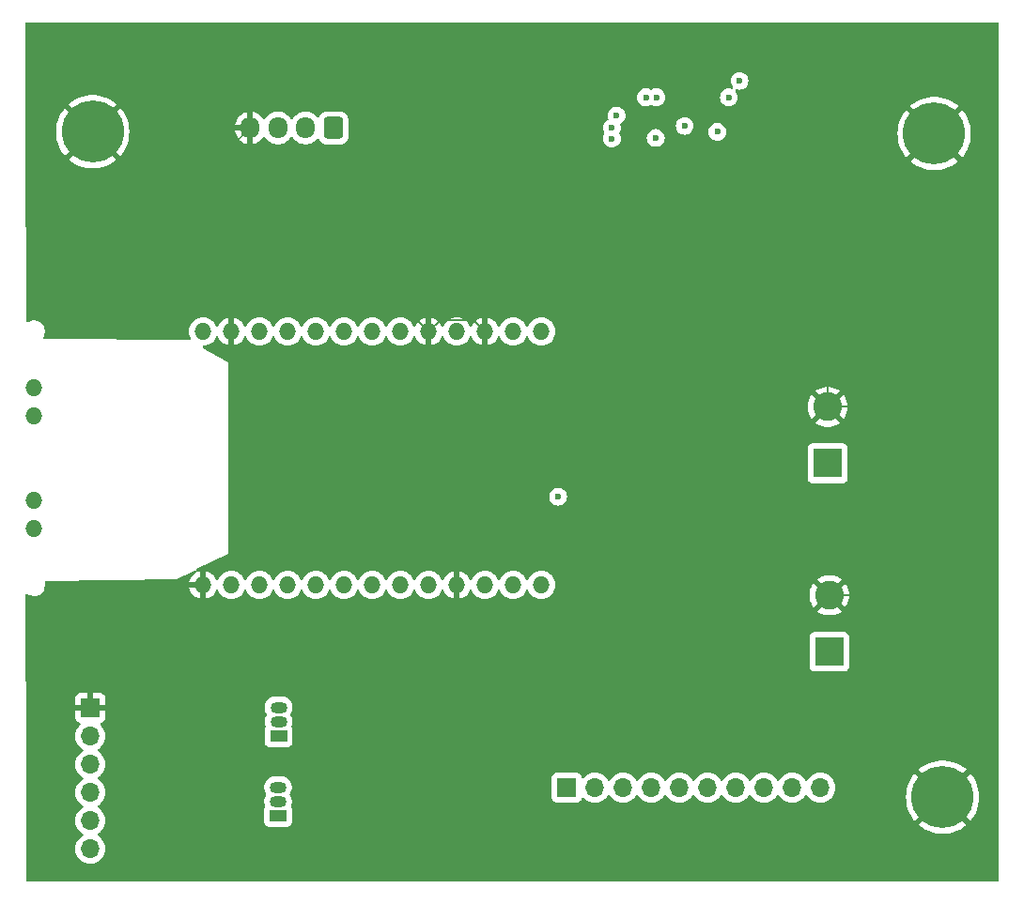
<source format=gbr>
%TF.GenerationSoftware,KiCad,Pcbnew,8.0.6*%
%TF.CreationDate,2025-02-09T15:22:33+01:00*%
%TF.ProjectId,BaseBoard,42617365-426f-4617-9264-2e6b69636164,rev?*%
%TF.SameCoordinates,Original*%
%TF.FileFunction,Copper,L4,Bot*%
%TF.FilePolarity,Positive*%
%FSLAX46Y46*%
G04 Gerber Fmt 4.6, Leading zero omitted, Abs format (unit mm)*
G04 Created by KiCad (PCBNEW 8.0.6) date 2025-02-09 15:22:33*
%MOMM*%
%LPD*%
G01*
G04 APERTURE LIST*
G04 Aperture macros list*
%AMRoundRect*
0 Rectangle with rounded corners*
0 $1 Rounding radius*
0 $2 $3 $4 $5 $6 $7 $8 $9 X,Y pos of 4 corners*
0 Add a 4 corners polygon primitive as box body*
4,1,4,$2,$3,$4,$5,$6,$7,$8,$9,$2,$3,0*
0 Add four circle primitives for the rounded corners*
1,1,$1+$1,$2,$3*
1,1,$1+$1,$4,$5*
1,1,$1+$1,$6,$7*
1,1,$1+$1,$8,$9*
0 Add four rect primitives between the rounded corners*
20,1,$1+$1,$2,$3,$4,$5,0*
20,1,$1+$1,$4,$5,$6,$7,0*
20,1,$1+$1,$6,$7,$8,$9,0*
20,1,$1+$1,$8,$9,$2,$3,0*%
G04 Aperture macros list end*
%TA.AperFunction,ComponentPad*%
%ADD10RoundRect,0.250000X0.600000X0.725000X-0.600000X0.725000X-0.600000X-0.725000X0.600000X-0.725000X0*%
%TD*%
%TA.AperFunction,ComponentPad*%
%ADD11O,1.700000X1.950000*%
%TD*%
%TA.AperFunction,ComponentPad*%
%ADD12C,5.600000*%
%TD*%
%TA.AperFunction,ComponentPad*%
%ADD13R,1.500000X1.050000*%
%TD*%
%TA.AperFunction,ComponentPad*%
%ADD14O,1.500000X1.050000*%
%TD*%
%TA.AperFunction,ComponentPad*%
%ADD15R,2.600000X2.600000*%
%TD*%
%TA.AperFunction,ComponentPad*%
%ADD16C,2.600000*%
%TD*%
%TA.AperFunction,ComponentPad*%
%ADD17R,1.700000X1.700000*%
%TD*%
%TA.AperFunction,ComponentPad*%
%ADD18O,1.700000X1.700000*%
%TD*%
%TA.AperFunction,ComponentPad*%
%ADD19O,1.524000X1.524000*%
%TD*%
%TA.AperFunction,ViaPad*%
%ADD20C,0.600000*%
%TD*%
%TA.AperFunction,Conductor*%
%ADD21C,0.200000*%
%TD*%
G04 APERTURE END LIST*
D10*
%TO.P,J3,1,Pin_1*%
%TO.N,+5V*%
X129550000Y-65050000D03*
D11*
%TO.P,J3,2,Pin_2*%
%TO.N,Net-(J3-Pin_2)*%
X127050000Y-65050000D03*
%TO.P,J3,3,Pin_3*%
%TO.N,Net-(J3-Pin_3)*%
X124550000Y-65050000D03*
%TO.P,J3,4,Pin_4*%
%TO.N,GND*%
X122050000Y-65050000D03*
%TD*%
D12*
%TO.P,H3,1,1*%
%TO.N,GND*%
X184450000Y-125400000D03*
%TD*%
D13*
%TO.P,Q1,1,E*%
%TO.N,Net-(J2-Pin_2)*%
X124610000Y-119870000D03*
D14*
%TO.P,Q1,2,B*%
%TO.N,Net-(Q1-B)*%
X124610000Y-118600000D03*
%TO.P,Q1,3,C*%
%TO.N,Net-(Q1-C)*%
X124610000Y-117330000D03*
%TD*%
D15*
%TO.P,J1,1,Pin_1*%
%TO.N,+24V*%
X174250000Y-112280000D03*
D16*
%TO.P,J1,2,Pin_2*%
%TO.N,GND*%
X174250000Y-107200000D03*
%TD*%
D12*
%TO.P,H1,1,1*%
%TO.N,GND*%
X107850000Y-65400000D03*
%TD*%
D17*
%TO.P,J4,1,Pin_1*%
%TO.N,Net-(J4-Pin_1)*%
X150580000Y-124550000D03*
D18*
%TO.P,J4,2,Pin_2*%
%TO.N,Net-(J4-Pin_2)*%
X153120000Y-124550000D03*
%TO.P,J4,3,Pin_3*%
%TO.N,Net-(J4-Pin_3)*%
X155660000Y-124550000D03*
%TO.P,J4,4,Pin_4*%
%TO.N,Net-(J4-Pin_4)*%
X158200000Y-124550000D03*
%TO.P,J4,5,Pin_5*%
%TO.N,Net-(J4-Pin_5)*%
X160740000Y-124550000D03*
%TO.P,J4,6,Pin_6*%
%TO.N,Net-(J4-Pin_6)*%
X163280000Y-124550000D03*
%TO.P,J4,7,Pin_7*%
%TO.N,Net-(J4-Pin_7)*%
X165820000Y-124550000D03*
%TO.P,J4,8,Pin_8*%
%TO.N,Net-(J4-Pin_8)*%
X168360000Y-124550000D03*
%TO.P,J4,9,Pin_9*%
%TO.N,Net-(J4-Pin_9)*%
X170900000Y-124550000D03*
%TO.P,J4,10,Pin_10*%
%TO.N,Net-(J4-Pin_10)*%
X173440000Y-124550000D03*
%TD*%
D15*
%TO.P,J5,1,Pin_1*%
%TO.N,+5V*%
X174100000Y-95280000D03*
D16*
%TO.P,J5,2,Pin_2*%
%TO.N,GND*%
X174100000Y-90200000D03*
%TD*%
D13*
%TO.P,Q2,1,E*%
%TO.N,Net-(Q2-E)*%
X124560000Y-127070000D03*
D14*
%TO.P,Q2,2,B*%
%TO.N,Net-(Q2-B)*%
X124560000Y-125800000D03*
%TO.P,Q2,3,C*%
%TO.N,Net-(J2-Pin_6)*%
X124560000Y-124530000D03*
%TD*%
D12*
%TO.P,H2,1,1*%
%TO.N,GND*%
X183700000Y-65550000D03*
%TD*%
D17*
%TO.P,J2,1,Pin_1*%
%TO.N,GND*%
X107650000Y-117360000D03*
D18*
%TO.P,J2,2,Pin_2*%
%TO.N,Net-(J2-Pin_2)*%
X107650000Y-119900000D03*
%TO.P,J2,3,Pin_3*%
%TO.N,+5V*%
X107650000Y-122440000D03*
%TO.P,J2,4,Pin_4*%
%TO.N,Net-(J2-Pin_4)*%
X107650000Y-124980000D03*
%TO.P,J2,5,Pin_5*%
%TO.N,Net-(J2-Pin_5)*%
X107650000Y-127520000D03*
%TO.P,J2,6,Pin_6*%
%TO.N,Net-(J2-Pin_6)*%
X107650000Y-130060000D03*
%TD*%
D19*
%TO.P,U1,1,CLK_EN*%
%TO.N,Net-(Q1-C)*%
X117800000Y-83400000D03*
%TO.P,U1,2,GND*%
%TO.N,GND*%
X120340000Y-83400000D03*
%TO.P,U1,3,3.3V*%
%TO.N,+3.3V*%
X122880000Y-83400000D03*
%TO.P,U1,4,ESP32_EN*%
%TO.N,Net-(J4-Pin_2)*%
X125420000Y-83400000D03*
%TO.P,U1,5,IO32/ADC1_CH4/TCH9*%
%TO.N,Net-(J3-Pin_3)*%
X127960000Y-83400000D03*
%TO.P,U1,6,IO33/ADC1_CH5/TCH8*%
%TO.N,Net-(J3-Pin_2)*%
X130500000Y-83400000D03*
%TO.P,U1,7,IO5/BOOT_FLOAT*%
%TO.N,Net-(J4-Pin_1)*%
X133040000Y-83400000D03*
%TO.P,U1,8,IO17/UART2_TX*%
%TO.N,unconnected-(U1-IO17{slash}UART2_TX-Pad8)*%
X135580000Y-83400000D03*
%TO.P,U1,9,GND*%
%TO.N,GND*%
X138120000Y-83400000D03*
%TO.P,U1,10,3.3V*%
%TO.N,+3V3*%
X140660000Y-83400000D03*
%TO.P,U1,11,GND*%
%TO.N,GND*%
X143200000Y-83400000D03*
%TO.P,U1,12,5V*%
%TO.N,+5V*%
X145740000Y-83400000D03*
%TO.P,U1,13,LINK_LED*%
%TO.N,unconnected-(U1-LINK_LED-Pad13)*%
X148280000Y-83400000D03*
%TO.P,U1,14,GND*%
%TO.N,GND*%
X117800000Y-106260000D03*
%TO.P,U1,15,IO2/ADC2_CH2/TCH2/PRG_FLOAT_OR_GND*%
%TO.N,Net-(J4-Pin_3)*%
X120340000Y-106260000D03*
%TO.P,U1,16,IO4/ADC2_CH0/TCH0*%
%TO.N,Net-(J4-Pin_4)*%
X122880000Y-106260000D03*
%TO.P,U1,17,IO35/ADC1_CH7/INPUT_ONLY*%
%TO.N,Net-(J4-Pin_5)*%
X125420000Y-106260000D03*
%TO.P,U1,18,IO12/ADC2_CH5/TCH5/BOOT_FLOAT_OR_LOW*%
%TO.N,Net-(J4-Pin_6)*%
X127960000Y-106260000D03*
%TO.P,U1,19,IO14/ADC2_CH6/TCH6*%
%TO.N,Net-(J4-Pin_7)*%
X130500000Y-106260000D03*
%TO.P,U1,20,IO15/ADC2_CH3/TCH3*%
%TO.N,Net-(J4-Pin_8)*%
X133040000Y-106260000D03*
%TO.P,U1,21,IO36/ADC1_CH0/INPUT_ONLY*%
%TO.N,Net-(J4-Pin_9)*%
X135580000Y-106260000D03*
%TO.P,U1,22,IO39/ADC1_CH3/INPUT_ONLY*%
%TO.N,Net-(J4-Pin_10)*%
X138120000Y-106260000D03*
%TO.P,U1,23,GND*%
%TO.N,GND*%
X140660000Y-106260000D03*
%TO.P,U1,24,IO0/PRG_LOW/ETH_CLK*%
%TO.N,Net-(Q2-E)*%
X143200000Y-106260000D03*
%TO.P,U1,25,IO3/PRG_RX*%
%TO.N,Net-(J2-Pin_4)*%
X145740000Y-106260000D03*
%TO.P,U1,26,IO1/PRG_TX*%
%TO.N,Net-(J2-Pin_5)*%
X148280000Y-106260000D03*
%TO.P,U1,27*%
%TO.N,N/C*%
X102560000Y-88480000D03*
%TO.P,U1,28*%
X102560000Y-91020000D03*
%TO.P,U1,29*%
X102560000Y-98640000D03*
%TO.P,U1,30*%
X102560000Y-101180000D03*
%TD*%
D20*
%TO.N,Net-(U2-SW)*%
X155075000Y-63925000D03*
X154650000Y-65050000D03*
X154650000Y-66000000D03*
X158600000Y-65950000D03*
X158650000Y-62287500D03*
X157712500Y-62287500D03*
%TO.N,Net-(U2-CB)*%
X166150000Y-60800000D03*
X164150000Y-65400000D03*
%TO.N,GND*%
X165150000Y-59650000D03*
%TO.N,+24V*%
X165187500Y-62287500D03*
X161212500Y-64862500D03*
%TO.N,GND*%
X171450000Y-74500000D03*
%TO.N,Net-(J4-Pin_2)*%
X149800000Y-98300000D03*
%TD*%
D21*
%TO.N,GND*%
X135470000Y-80750000D02*
X138120000Y-83400000D01*
X121650000Y-80750000D02*
X135470000Y-80750000D01*
X120340000Y-82060000D02*
X121650000Y-80750000D01*
X120340000Y-83400000D02*
X120340000Y-82060000D01*
X139182000Y-82338000D02*
X138120000Y-83400000D01*
X142138000Y-82338000D02*
X139182000Y-82338000D01*
X143200000Y-83400000D02*
X142138000Y-82338000D01*
X168850000Y-59650000D02*
X165150000Y-59650000D01*
X171950000Y-62750000D02*
X168850000Y-59650000D01*
X171950000Y-74000000D02*
X171950000Y-62750000D01*
X171450000Y-74500000D02*
X171950000Y-74000000D01*
X173200000Y-76250000D02*
X171450000Y-74500000D01*
X174100000Y-77150000D02*
X173200000Y-76250000D01*
X174100000Y-90200000D02*
X174100000Y-77150000D01*
X176900000Y-90200000D02*
X174100000Y-90200000D01*
X178750000Y-105750000D02*
X178750000Y-92050000D01*
X177300000Y-107200000D02*
X178750000Y-105750000D01*
X178750000Y-92050000D02*
X176900000Y-90200000D01*
X174250000Y-107200000D02*
X177300000Y-107200000D01*
X109900000Y-112350000D02*
X113250000Y-112350000D01*
X117800000Y-107800000D02*
X117800000Y-106260000D01*
X113250000Y-112350000D02*
X117800000Y-107800000D01*
X107650000Y-114600000D02*
X109900000Y-112350000D01*
X120340000Y-66760000D02*
X122050000Y-65050000D01*
X120340000Y-83400000D02*
X120340000Y-66760000D01*
X120700000Y-83760000D02*
X120340000Y-83400000D01*
X107650000Y-117360000D02*
X107650000Y-114600000D01*
%TD*%
%TA.AperFunction,Conductor*%
%TO.N,GND*%
G36*
X189442539Y-55520185D02*
G01*
X189488294Y-55572989D01*
X189499500Y-55624500D01*
X189499500Y-132875500D01*
X189479815Y-132942539D01*
X189427011Y-132988294D01*
X189375500Y-132999500D01*
X102023176Y-132999500D01*
X101956137Y-132979815D01*
X101910382Y-132927011D01*
X101899177Y-132875956D01*
X101851471Y-119899999D01*
X106294341Y-119899999D01*
X106294341Y-119900000D01*
X106314936Y-120135403D01*
X106314938Y-120135413D01*
X106376094Y-120363655D01*
X106376096Y-120363659D01*
X106376097Y-120363663D01*
X106413035Y-120442876D01*
X106475965Y-120577830D01*
X106475967Y-120577834D01*
X106611501Y-120771395D01*
X106611506Y-120771402D01*
X106778597Y-120938493D01*
X106778603Y-120938498D01*
X106964158Y-121068425D01*
X107007783Y-121123002D01*
X107014977Y-121192500D01*
X106983454Y-121254855D01*
X106964158Y-121271575D01*
X106778597Y-121401505D01*
X106611505Y-121568597D01*
X106475965Y-121762169D01*
X106475964Y-121762171D01*
X106376098Y-121976335D01*
X106376094Y-121976344D01*
X106314938Y-122204586D01*
X106314936Y-122204596D01*
X106294341Y-122439999D01*
X106294341Y-122440000D01*
X106314936Y-122675403D01*
X106314938Y-122675413D01*
X106376094Y-122903655D01*
X106376096Y-122903659D01*
X106376097Y-122903663D01*
X106475965Y-123117830D01*
X106475967Y-123117834D01*
X106611501Y-123311395D01*
X106611506Y-123311402D01*
X106778597Y-123478493D01*
X106778603Y-123478498D01*
X106964158Y-123608425D01*
X107007783Y-123663002D01*
X107014977Y-123732500D01*
X106983454Y-123794855D01*
X106964158Y-123811575D01*
X106778597Y-123941505D01*
X106611505Y-124108597D01*
X106475965Y-124302169D01*
X106475964Y-124302171D01*
X106376098Y-124516335D01*
X106376094Y-124516344D01*
X106314938Y-124744586D01*
X106314936Y-124744596D01*
X106294341Y-124979999D01*
X106294341Y-124980000D01*
X106314936Y-125215403D01*
X106314938Y-125215413D01*
X106376094Y-125443655D01*
X106376096Y-125443659D01*
X106376097Y-125443663D01*
X106443635Y-125588498D01*
X106475965Y-125657830D01*
X106475967Y-125657834D01*
X106611501Y-125851395D01*
X106611506Y-125851402D01*
X106778597Y-126018493D01*
X106778603Y-126018498D01*
X106964158Y-126148425D01*
X107007783Y-126203002D01*
X107014977Y-126272500D01*
X106983454Y-126334855D01*
X106964158Y-126351575D01*
X106778597Y-126481505D01*
X106611505Y-126648597D01*
X106475965Y-126842169D01*
X106475964Y-126842171D01*
X106376098Y-127056335D01*
X106376094Y-127056344D01*
X106314938Y-127284586D01*
X106314936Y-127284596D01*
X106294341Y-127519999D01*
X106294341Y-127520000D01*
X106314936Y-127755403D01*
X106314938Y-127755413D01*
X106376094Y-127983655D01*
X106376096Y-127983659D01*
X106376097Y-127983663D01*
X106425259Y-128089091D01*
X106475965Y-128197830D01*
X106475967Y-128197834D01*
X106611501Y-128391395D01*
X106611506Y-128391402D01*
X106778597Y-128558493D01*
X106778603Y-128558498D01*
X106964158Y-128688425D01*
X107007783Y-128743002D01*
X107014977Y-128812500D01*
X106983454Y-128874855D01*
X106964158Y-128891575D01*
X106778597Y-129021505D01*
X106611505Y-129188597D01*
X106475965Y-129382169D01*
X106475964Y-129382171D01*
X106376098Y-129596335D01*
X106376094Y-129596344D01*
X106314938Y-129824586D01*
X106314936Y-129824596D01*
X106294341Y-130059999D01*
X106294341Y-130060000D01*
X106314936Y-130295403D01*
X106314938Y-130295413D01*
X106376094Y-130523655D01*
X106376096Y-130523659D01*
X106376097Y-130523663D01*
X106475965Y-130737830D01*
X106475967Y-130737834D01*
X106584281Y-130892521D01*
X106611505Y-130931401D01*
X106778599Y-131098495D01*
X106875384Y-131166265D01*
X106972165Y-131234032D01*
X106972167Y-131234033D01*
X106972170Y-131234035D01*
X107186337Y-131333903D01*
X107414592Y-131395063D01*
X107602918Y-131411539D01*
X107649999Y-131415659D01*
X107650000Y-131415659D01*
X107650001Y-131415659D01*
X107689234Y-131412226D01*
X107885408Y-131395063D01*
X108113663Y-131333903D01*
X108327830Y-131234035D01*
X108521401Y-131098495D01*
X108688495Y-130931401D01*
X108824035Y-130737830D01*
X108923903Y-130523663D01*
X108985063Y-130295408D01*
X109005659Y-130060000D01*
X108985063Y-129824592D01*
X108923903Y-129596337D01*
X108824035Y-129382171D01*
X108688495Y-129188599D01*
X108688494Y-129188597D01*
X108521402Y-129021506D01*
X108521396Y-129021501D01*
X108335842Y-128891575D01*
X108292217Y-128836998D01*
X108285023Y-128767500D01*
X108316546Y-128705145D01*
X108335842Y-128688425D01*
X108484429Y-128584383D01*
X108521401Y-128558495D01*
X108688495Y-128391401D01*
X108824035Y-128197830D01*
X108923903Y-127983663D01*
X108985063Y-127755408D01*
X109005659Y-127520000D01*
X108985063Y-127284592D01*
X108923903Y-127056337D01*
X108824035Y-126842171D01*
X108785866Y-126787659D01*
X108688494Y-126648597D01*
X108521402Y-126481506D01*
X108521396Y-126481501D01*
X108335842Y-126351575D01*
X108292217Y-126296998D01*
X108285023Y-126227500D01*
X108316546Y-126165145D01*
X108335842Y-126148425D01*
X108390103Y-126110431D01*
X108521401Y-126018495D01*
X108688495Y-125851401D01*
X108824035Y-125657830D01*
X108923903Y-125443663D01*
X108985063Y-125215408D01*
X109005659Y-124980000D01*
X108985063Y-124744592D01*
X108923903Y-124516337D01*
X108883173Y-124428992D01*
X123309500Y-124428992D01*
X123309500Y-124631007D01*
X123348907Y-124829119D01*
X123348909Y-124829127D01*
X123426213Y-125015755D01*
X123479904Y-125096109D01*
X123500782Y-125162787D01*
X123482297Y-125230167D01*
X123479904Y-125233891D01*
X123426213Y-125314244D01*
X123348909Y-125500872D01*
X123348907Y-125500880D01*
X123309500Y-125698992D01*
X123309500Y-125901007D01*
X123348907Y-126099119D01*
X123348909Y-126099127D01*
X123382325Y-126179800D01*
X123389794Y-126249270D01*
X123370038Y-126294660D01*
X123370454Y-126294887D01*
X123367919Y-126299528D01*
X123367037Y-126301556D01*
X123366206Y-126302665D01*
X123366202Y-126302672D01*
X123315908Y-126437517D01*
X123311179Y-126481506D01*
X123309501Y-126497123D01*
X123309500Y-126497135D01*
X123309500Y-127642870D01*
X123309501Y-127642876D01*
X123315908Y-127702483D01*
X123366202Y-127837328D01*
X123366206Y-127837335D01*
X123452452Y-127952544D01*
X123452455Y-127952547D01*
X123567664Y-128038793D01*
X123567671Y-128038797D01*
X123702517Y-128089091D01*
X123702516Y-128089091D01*
X123709444Y-128089835D01*
X123762127Y-128095500D01*
X125357872Y-128095499D01*
X125417483Y-128089091D01*
X125552331Y-128038796D01*
X125667546Y-127952546D01*
X125753796Y-127837331D01*
X125804091Y-127702483D01*
X125810500Y-127642873D01*
X125810499Y-126497128D01*
X125804091Y-126437517D01*
X125769944Y-126345965D01*
X125753797Y-126302671D01*
X125753796Y-126302670D01*
X125753796Y-126302669D01*
X125752967Y-126301562D01*
X125752485Y-126300268D01*
X125749546Y-126294886D01*
X125750319Y-126294463D01*
X125728551Y-126236099D01*
X125737675Y-126179798D01*
X125771089Y-126099132D01*
X125771089Y-126099131D01*
X125771091Y-126099127D01*
X125810500Y-125901003D01*
X125810500Y-125698997D01*
X125771091Y-125500873D01*
X125693786Y-125314244D01*
X125640094Y-125233889D01*
X125619217Y-125167214D01*
X125637701Y-125099834D01*
X125640078Y-125096134D01*
X125693786Y-125015756D01*
X125771091Y-124829127D01*
X125810500Y-124631003D01*
X125810500Y-124428997D01*
X125771091Y-124230873D01*
X125693786Y-124044244D01*
X125693784Y-124044241D01*
X125693782Y-124044237D01*
X125581558Y-123876281D01*
X125438718Y-123733441D01*
X125317034Y-123652135D01*
X149229500Y-123652135D01*
X149229500Y-125447870D01*
X149229501Y-125447876D01*
X149235908Y-125507483D01*
X149286202Y-125642328D01*
X149286206Y-125642335D01*
X149372452Y-125757544D01*
X149372455Y-125757547D01*
X149487664Y-125843793D01*
X149487671Y-125843797D01*
X149622517Y-125894091D01*
X149622516Y-125894091D01*
X149629444Y-125894835D01*
X149682127Y-125900500D01*
X151477872Y-125900499D01*
X151537483Y-125894091D01*
X151672331Y-125843796D01*
X151787546Y-125757546D01*
X151873796Y-125642331D01*
X151922810Y-125510916D01*
X151964681Y-125454984D01*
X152030145Y-125430566D01*
X152098418Y-125445417D01*
X152126673Y-125466569D01*
X152248599Y-125588495D01*
X152345384Y-125656265D01*
X152442165Y-125724032D01*
X152442167Y-125724033D01*
X152442170Y-125724035D01*
X152656337Y-125823903D01*
X152884592Y-125885063D01*
X153061034Y-125900500D01*
X153119999Y-125905659D01*
X153120000Y-125905659D01*
X153120001Y-125905659D01*
X153173171Y-125901007D01*
X153355408Y-125885063D01*
X153583663Y-125823903D01*
X153797830Y-125724035D01*
X153991401Y-125588495D01*
X154158495Y-125421401D01*
X154288425Y-125235842D01*
X154343002Y-125192217D01*
X154412500Y-125185023D01*
X154474855Y-125216546D01*
X154491575Y-125235842D01*
X154621500Y-125421395D01*
X154621505Y-125421401D01*
X154788599Y-125588495D01*
X154885384Y-125656265D01*
X154982165Y-125724032D01*
X154982167Y-125724033D01*
X154982170Y-125724035D01*
X155196337Y-125823903D01*
X155424592Y-125885063D01*
X155601034Y-125900500D01*
X155659999Y-125905659D01*
X155660000Y-125905659D01*
X155660001Y-125905659D01*
X155713171Y-125901007D01*
X155895408Y-125885063D01*
X156123663Y-125823903D01*
X156337830Y-125724035D01*
X156531401Y-125588495D01*
X156698495Y-125421401D01*
X156828425Y-125235842D01*
X156883002Y-125192217D01*
X156952500Y-125185023D01*
X157014855Y-125216546D01*
X157031575Y-125235842D01*
X157161500Y-125421395D01*
X157161505Y-125421401D01*
X157328599Y-125588495D01*
X157425384Y-125656265D01*
X157522165Y-125724032D01*
X157522167Y-125724033D01*
X157522170Y-125724035D01*
X157736337Y-125823903D01*
X157964592Y-125885063D01*
X158141034Y-125900500D01*
X158199999Y-125905659D01*
X158200000Y-125905659D01*
X158200001Y-125905659D01*
X158253171Y-125901007D01*
X158435408Y-125885063D01*
X158663663Y-125823903D01*
X158877830Y-125724035D01*
X159071401Y-125588495D01*
X159238495Y-125421401D01*
X159368425Y-125235842D01*
X159423002Y-125192217D01*
X159492500Y-125185023D01*
X159554855Y-125216546D01*
X159571575Y-125235842D01*
X159701500Y-125421395D01*
X159701505Y-125421401D01*
X159868599Y-125588495D01*
X159965384Y-125656265D01*
X160062165Y-125724032D01*
X160062167Y-125724033D01*
X160062170Y-125724035D01*
X160276337Y-125823903D01*
X160504592Y-125885063D01*
X160681034Y-125900500D01*
X160739999Y-125905659D01*
X160740000Y-125905659D01*
X160740001Y-125905659D01*
X160793171Y-125901007D01*
X160975408Y-125885063D01*
X161203663Y-125823903D01*
X161417830Y-125724035D01*
X161611401Y-125588495D01*
X161778495Y-125421401D01*
X161908425Y-125235842D01*
X161963002Y-125192217D01*
X162032500Y-125185023D01*
X162094855Y-125216546D01*
X162111575Y-125235842D01*
X162241500Y-125421395D01*
X162241505Y-125421401D01*
X162408599Y-125588495D01*
X162505384Y-125656265D01*
X162602165Y-125724032D01*
X162602167Y-125724033D01*
X162602170Y-125724035D01*
X162816337Y-125823903D01*
X163044592Y-125885063D01*
X163221034Y-125900500D01*
X163279999Y-125905659D01*
X163280000Y-125905659D01*
X163280001Y-125905659D01*
X163333171Y-125901007D01*
X163515408Y-125885063D01*
X163743663Y-125823903D01*
X163957830Y-125724035D01*
X164151401Y-125588495D01*
X164318495Y-125421401D01*
X164448425Y-125235842D01*
X164503002Y-125192217D01*
X164572500Y-125185023D01*
X164634855Y-125216546D01*
X164651575Y-125235842D01*
X164781500Y-125421395D01*
X164781505Y-125421401D01*
X164948599Y-125588495D01*
X165045384Y-125656265D01*
X165142165Y-125724032D01*
X165142167Y-125724033D01*
X165142170Y-125724035D01*
X165356337Y-125823903D01*
X165584592Y-125885063D01*
X165761034Y-125900500D01*
X165819999Y-125905659D01*
X165820000Y-125905659D01*
X165820001Y-125905659D01*
X165873171Y-125901007D01*
X166055408Y-125885063D01*
X166283663Y-125823903D01*
X166497830Y-125724035D01*
X166691401Y-125588495D01*
X166858495Y-125421401D01*
X166988425Y-125235842D01*
X167043002Y-125192217D01*
X167112500Y-125185023D01*
X167174855Y-125216546D01*
X167191575Y-125235842D01*
X167321500Y-125421395D01*
X167321505Y-125421401D01*
X167488599Y-125588495D01*
X167585384Y-125656265D01*
X167682165Y-125724032D01*
X167682167Y-125724033D01*
X167682170Y-125724035D01*
X167896337Y-125823903D01*
X168124592Y-125885063D01*
X168301034Y-125900500D01*
X168359999Y-125905659D01*
X168360000Y-125905659D01*
X168360001Y-125905659D01*
X168413171Y-125901007D01*
X168595408Y-125885063D01*
X168823663Y-125823903D01*
X169037830Y-125724035D01*
X169231401Y-125588495D01*
X169398495Y-125421401D01*
X169528425Y-125235842D01*
X169583002Y-125192217D01*
X169652500Y-125185023D01*
X169714855Y-125216546D01*
X169731575Y-125235842D01*
X169861500Y-125421395D01*
X169861505Y-125421401D01*
X170028599Y-125588495D01*
X170125384Y-125656265D01*
X170222165Y-125724032D01*
X170222167Y-125724033D01*
X170222170Y-125724035D01*
X170436337Y-125823903D01*
X170664592Y-125885063D01*
X170841034Y-125900500D01*
X170899999Y-125905659D01*
X170900000Y-125905659D01*
X170900001Y-125905659D01*
X170953171Y-125901007D01*
X171135408Y-125885063D01*
X171363663Y-125823903D01*
X171577830Y-125724035D01*
X171771401Y-125588495D01*
X171938495Y-125421401D01*
X172068425Y-125235842D01*
X172123002Y-125192217D01*
X172192500Y-125185023D01*
X172254855Y-125216546D01*
X172271575Y-125235842D01*
X172401500Y-125421395D01*
X172401505Y-125421401D01*
X172568599Y-125588495D01*
X172665384Y-125656265D01*
X172762165Y-125724032D01*
X172762167Y-125724033D01*
X172762170Y-125724035D01*
X172976337Y-125823903D01*
X173204592Y-125885063D01*
X173381034Y-125900500D01*
X173439999Y-125905659D01*
X173440000Y-125905659D01*
X173440001Y-125905659D01*
X173493171Y-125901007D01*
X173675408Y-125885063D01*
X173903663Y-125823903D01*
X174117830Y-125724035D01*
X174311401Y-125588495D01*
X174478495Y-125421401D01*
X174493482Y-125399997D01*
X181145153Y-125399997D01*
X181145153Y-125400002D01*
X181164526Y-125757314D01*
X181164527Y-125757331D01*
X181222415Y-126110431D01*
X181222421Y-126110457D01*
X181318147Y-126455232D01*
X181318149Y-126455239D01*
X181450597Y-126787659D01*
X181450606Y-126787677D01*
X181618218Y-127103827D01*
X181819024Y-127399994D01*
X181819035Y-127400008D01*
X181946441Y-127550002D01*
X181946442Y-127550002D01*
X183155747Y-126340697D01*
X183229588Y-126442330D01*
X183407670Y-126620412D01*
X183509300Y-126694251D01*
X182297257Y-127906294D01*
X182310495Y-127918836D01*
X182595367Y-128135388D01*
X182595370Y-128135390D01*
X182901990Y-128319876D01*
X183226739Y-128470122D01*
X183226744Y-128470123D01*
X183565855Y-128584383D01*
X183915339Y-128661311D01*
X184271075Y-128699999D01*
X184271085Y-128700000D01*
X184628915Y-128700000D01*
X184628924Y-128699999D01*
X184984660Y-128661311D01*
X185334144Y-128584383D01*
X185673255Y-128470123D01*
X185673260Y-128470122D01*
X185998009Y-128319876D01*
X186304629Y-128135390D01*
X186304632Y-128135388D01*
X186589509Y-127918831D01*
X186602742Y-127906295D01*
X186602742Y-127906294D01*
X185390699Y-126694251D01*
X185492330Y-126620412D01*
X185670412Y-126442330D01*
X185744251Y-126340698D01*
X186953556Y-127550002D01*
X187080972Y-127399998D01*
X187080975Y-127399994D01*
X187281781Y-127103827D01*
X187449393Y-126787677D01*
X187449402Y-126787659D01*
X187581850Y-126455239D01*
X187581852Y-126455232D01*
X187677578Y-126110457D01*
X187677584Y-126110431D01*
X187735472Y-125757331D01*
X187735473Y-125757314D01*
X187754847Y-125400002D01*
X187754847Y-125399997D01*
X187735473Y-125042685D01*
X187735472Y-125042668D01*
X187677584Y-124689568D01*
X187677578Y-124689542D01*
X187581852Y-124344767D01*
X187581850Y-124344760D01*
X187449402Y-124012340D01*
X187449393Y-124012322D01*
X187281781Y-123696172D01*
X187080975Y-123400005D01*
X187080964Y-123399991D01*
X186953556Y-123249996D01*
X185744251Y-124459301D01*
X185670412Y-124357670D01*
X185492330Y-124179588D01*
X185390698Y-124105748D01*
X186602742Y-122893704D01*
X186589504Y-122881163D01*
X186304632Y-122664611D01*
X186304629Y-122664609D01*
X185998009Y-122480123D01*
X185673260Y-122329877D01*
X185673255Y-122329876D01*
X185334144Y-122215616D01*
X184984660Y-122138688D01*
X184628924Y-122100000D01*
X184271075Y-122100000D01*
X183915339Y-122138688D01*
X183565855Y-122215616D01*
X183226744Y-122329876D01*
X183226739Y-122329877D01*
X182901990Y-122480123D01*
X182595370Y-122664609D01*
X182595367Y-122664611D01*
X182310486Y-122881170D01*
X182310485Y-122881171D01*
X182297257Y-122893702D01*
X182297256Y-122893703D01*
X183509301Y-124105748D01*
X183407670Y-124179588D01*
X183229588Y-124357670D01*
X183155748Y-124459301D01*
X181946442Y-123249995D01*
X181946441Y-123249996D01*
X181819033Y-123399992D01*
X181618218Y-123696172D01*
X181450606Y-124012322D01*
X181450597Y-124012340D01*
X181318149Y-124344760D01*
X181318147Y-124344767D01*
X181222421Y-124689542D01*
X181222415Y-124689568D01*
X181164527Y-125042668D01*
X181164526Y-125042685D01*
X181145153Y-125399997D01*
X174493482Y-125399997D01*
X174614035Y-125227830D01*
X174713903Y-125013663D01*
X174775063Y-124785408D01*
X174795659Y-124550000D01*
X174775063Y-124314592D01*
X174719868Y-124108599D01*
X174713905Y-124086344D01*
X174713904Y-124086343D01*
X174713903Y-124086337D01*
X174614035Y-123872171D01*
X174608425Y-123864158D01*
X174478494Y-123678597D01*
X174311402Y-123511506D01*
X174311395Y-123511501D01*
X174117834Y-123375967D01*
X174117830Y-123375965D01*
X174117828Y-123375964D01*
X173903663Y-123276097D01*
X173903659Y-123276096D01*
X173903655Y-123276094D01*
X173675413Y-123214938D01*
X173675403Y-123214936D01*
X173440001Y-123194341D01*
X173439999Y-123194341D01*
X173204596Y-123214936D01*
X173204586Y-123214938D01*
X172976344Y-123276094D01*
X172976335Y-123276098D01*
X172762171Y-123375964D01*
X172762169Y-123375965D01*
X172568597Y-123511505D01*
X172401505Y-123678597D01*
X172271575Y-123864158D01*
X172216998Y-123907783D01*
X172147500Y-123914977D01*
X172085145Y-123883454D01*
X172068425Y-123864158D01*
X171938494Y-123678597D01*
X171771402Y-123511506D01*
X171771395Y-123511501D01*
X171577834Y-123375967D01*
X171577830Y-123375965D01*
X171577828Y-123375964D01*
X171363663Y-123276097D01*
X171363659Y-123276096D01*
X171363655Y-123276094D01*
X171135413Y-123214938D01*
X171135403Y-123214936D01*
X170900001Y-123194341D01*
X170899999Y-123194341D01*
X170664596Y-123214936D01*
X170664586Y-123214938D01*
X170436344Y-123276094D01*
X170436335Y-123276098D01*
X170222171Y-123375964D01*
X170222169Y-123375965D01*
X170028597Y-123511505D01*
X169861505Y-123678597D01*
X169731575Y-123864158D01*
X169676998Y-123907783D01*
X169607500Y-123914977D01*
X169545145Y-123883454D01*
X169528425Y-123864158D01*
X169398494Y-123678597D01*
X169231402Y-123511506D01*
X169231395Y-123511501D01*
X169037834Y-123375967D01*
X169037830Y-123375965D01*
X169037828Y-123375964D01*
X168823663Y-123276097D01*
X168823659Y-123276096D01*
X168823655Y-123276094D01*
X168595413Y-123214938D01*
X168595403Y-123214936D01*
X168360001Y-123194341D01*
X168359999Y-123194341D01*
X168124596Y-123214936D01*
X168124586Y-123214938D01*
X167896344Y-123276094D01*
X167896335Y-123276098D01*
X167682171Y-123375964D01*
X167682169Y-123375965D01*
X167488597Y-123511505D01*
X167321505Y-123678597D01*
X167191575Y-123864158D01*
X167136998Y-123907783D01*
X167067500Y-123914977D01*
X167005145Y-123883454D01*
X166988425Y-123864158D01*
X166858494Y-123678597D01*
X166691402Y-123511506D01*
X166691395Y-123511501D01*
X166497834Y-123375967D01*
X166497830Y-123375965D01*
X166497828Y-123375964D01*
X166283663Y-123276097D01*
X166283659Y-123276096D01*
X166283655Y-123276094D01*
X166055413Y-123214938D01*
X166055403Y-123214936D01*
X165820001Y-123194341D01*
X165819999Y-123194341D01*
X165584596Y-123214936D01*
X165584586Y-123214938D01*
X165356344Y-123276094D01*
X165356335Y-123276098D01*
X165142171Y-123375964D01*
X165142169Y-123375965D01*
X164948597Y-123511505D01*
X164781505Y-123678597D01*
X164651575Y-123864158D01*
X164596998Y-123907783D01*
X164527500Y-123914977D01*
X164465145Y-123883454D01*
X164448425Y-123864158D01*
X164318494Y-123678597D01*
X164151402Y-123511506D01*
X164151395Y-123511501D01*
X163957834Y-123375967D01*
X163957830Y-123375965D01*
X163957828Y-123375964D01*
X163743663Y-123276097D01*
X163743659Y-123276096D01*
X163743655Y-123276094D01*
X163515413Y-123214938D01*
X163515403Y-123214936D01*
X163280001Y-123194341D01*
X163279999Y-123194341D01*
X163044596Y-123214936D01*
X163044586Y-123214938D01*
X162816344Y-123276094D01*
X162816335Y-123276098D01*
X162602171Y-123375964D01*
X162602169Y-123375965D01*
X162408597Y-123511505D01*
X162241505Y-123678597D01*
X162111575Y-123864158D01*
X162056998Y-123907783D01*
X161987500Y-123914977D01*
X161925145Y-123883454D01*
X161908425Y-123864158D01*
X161778494Y-123678597D01*
X161611402Y-123511506D01*
X161611395Y-123511501D01*
X161417834Y-123375967D01*
X161417830Y-123375965D01*
X161417828Y-123375964D01*
X161203663Y-123276097D01*
X161203659Y-123276096D01*
X161203655Y-123276094D01*
X160975413Y-123214938D01*
X160975403Y-123214936D01*
X160740001Y-123194341D01*
X160739999Y-123194341D01*
X160504596Y-123214936D01*
X160504586Y-123214938D01*
X160276344Y-123276094D01*
X160276335Y-123276098D01*
X160062171Y-123375964D01*
X160062169Y-123375965D01*
X159868597Y-123511505D01*
X159701505Y-123678597D01*
X159571575Y-123864158D01*
X159516998Y-123907783D01*
X159447500Y-123914977D01*
X159385145Y-123883454D01*
X159368425Y-123864158D01*
X159238494Y-123678597D01*
X159071402Y-123511506D01*
X159071395Y-123511501D01*
X158877834Y-123375967D01*
X158877830Y-123375965D01*
X158877828Y-123375964D01*
X158663663Y-123276097D01*
X158663659Y-123276096D01*
X158663655Y-123276094D01*
X158435413Y-123214938D01*
X158435403Y-123214936D01*
X158200001Y-123194341D01*
X158199999Y-123194341D01*
X157964596Y-123214936D01*
X157964586Y-123214938D01*
X157736344Y-123276094D01*
X157736335Y-123276098D01*
X157522171Y-123375964D01*
X157522169Y-123375965D01*
X157328597Y-123511505D01*
X157161505Y-123678597D01*
X157031575Y-123864158D01*
X156976998Y-123907783D01*
X156907500Y-123914977D01*
X156845145Y-123883454D01*
X156828425Y-123864158D01*
X156698494Y-123678597D01*
X156531402Y-123511506D01*
X156531395Y-123511501D01*
X156337834Y-123375967D01*
X156337830Y-123375965D01*
X156337828Y-123375964D01*
X156123663Y-123276097D01*
X156123659Y-123276096D01*
X156123655Y-123276094D01*
X155895413Y-123214938D01*
X155895403Y-123214936D01*
X155660001Y-123194341D01*
X155659999Y-123194341D01*
X155424596Y-123214936D01*
X155424586Y-123214938D01*
X155196344Y-123276094D01*
X155196335Y-123276098D01*
X154982171Y-123375964D01*
X154982169Y-123375965D01*
X154788597Y-123511505D01*
X154621505Y-123678597D01*
X154491575Y-123864158D01*
X154436998Y-123907783D01*
X154367500Y-123914977D01*
X154305145Y-123883454D01*
X154288425Y-123864158D01*
X154158494Y-123678597D01*
X153991402Y-123511506D01*
X153991395Y-123511501D01*
X153797834Y-123375967D01*
X153797830Y-123375965D01*
X153797828Y-123375964D01*
X153583663Y-123276097D01*
X153583659Y-123276096D01*
X153583655Y-123276094D01*
X153355413Y-123214938D01*
X153355403Y-123214936D01*
X153120001Y-123194341D01*
X153119999Y-123194341D01*
X152884596Y-123214936D01*
X152884586Y-123214938D01*
X152656344Y-123276094D01*
X152656335Y-123276098D01*
X152442171Y-123375964D01*
X152442169Y-123375965D01*
X152248600Y-123511503D01*
X152126673Y-123633430D01*
X152065350Y-123666914D01*
X151995658Y-123661930D01*
X151939725Y-123620058D01*
X151922810Y-123589081D01*
X151873797Y-123457671D01*
X151873793Y-123457664D01*
X151787547Y-123342455D01*
X151787544Y-123342452D01*
X151672335Y-123256206D01*
X151672328Y-123256202D01*
X151537482Y-123205908D01*
X151537483Y-123205908D01*
X151477883Y-123199501D01*
X151477881Y-123199500D01*
X151477873Y-123199500D01*
X151477864Y-123199500D01*
X149682129Y-123199500D01*
X149682123Y-123199501D01*
X149622516Y-123205908D01*
X149487671Y-123256202D01*
X149487664Y-123256206D01*
X149372455Y-123342452D01*
X149372452Y-123342455D01*
X149286206Y-123457664D01*
X149286202Y-123457671D01*
X149235908Y-123592517D01*
X149229501Y-123652116D01*
X149229500Y-123652135D01*
X125317034Y-123652135D01*
X125270762Y-123621217D01*
X125270752Y-123621212D01*
X125084127Y-123543909D01*
X125084119Y-123543907D01*
X124886007Y-123504500D01*
X124886003Y-123504500D01*
X124233997Y-123504500D01*
X124233992Y-123504500D01*
X124035880Y-123543907D01*
X124035872Y-123543909D01*
X123849247Y-123621212D01*
X123849237Y-123621217D01*
X123681281Y-123733441D01*
X123538441Y-123876281D01*
X123426217Y-124044237D01*
X123426212Y-124044247D01*
X123348909Y-124230872D01*
X123348907Y-124230880D01*
X123309500Y-124428992D01*
X108883173Y-124428992D01*
X108824035Y-124302171D01*
X108774112Y-124230872D01*
X108688494Y-124108597D01*
X108521402Y-123941506D01*
X108521396Y-123941501D01*
X108335842Y-123811575D01*
X108292217Y-123756998D01*
X108285023Y-123687500D01*
X108316546Y-123625145D01*
X108335842Y-123608425D01*
X108474256Y-123511506D01*
X108521401Y-123478495D01*
X108688495Y-123311401D01*
X108824035Y-123117830D01*
X108923903Y-122903663D01*
X108985063Y-122675408D01*
X109005659Y-122440000D01*
X108985063Y-122204592D01*
X108923903Y-121976337D01*
X108824035Y-121762171D01*
X108688495Y-121568599D01*
X108688494Y-121568597D01*
X108521402Y-121401506D01*
X108521396Y-121401501D01*
X108335842Y-121271575D01*
X108292217Y-121216998D01*
X108285023Y-121147500D01*
X108316546Y-121085145D01*
X108335842Y-121068425D01*
X108358026Y-121052891D01*
X108521401Y-120938495D01*
X108688495Y-120771401D01*
X108824035Y-120577830D01*
X108923903Y-120363663D01*
X108985063Y-120135408D01*
X109005659Y-119900000D01*
X108985063Y-119664592D01*
X108923903Y-119436337D01*
X108824035Y-119222171D01*
X108740361Y-119102672D01*
X108688496Y-119028600D01*
X108639694Y-118979798D01*
X108566179Y-118906283D01*
X108532696Y-118844963D01*
X108537680Y-118775271D01*
X108579551Y-118719337D01*
X108610529Y-118702422D01*
X108742086Y-118653354D01*
X108742093Y-118653350D01*
X108857187Y-118567190D01*
X108857190Y-118567187D01*
X108943350Y-118452093D01*
X108943354Y-118452086D01*
X108993596Y-118317379D01*
X108993598Y-118317372D01*
X108999999Y-118257844D01*
X109000000Y-118257827D01*
X109000000Y-117610000D01*
X108083012Y-117610000D01*
X108115925Y-117552993D01*
X108150000Y-117425826D01*
X108150000Y-117294174D01*
X108132534Y-117228992D01*
X123359500Y-117228992D01*
X123359500Y-117431007D01*
X123398907Y-117629119D01*
X123398909Y-117629127D01*
X123476213Y-117815755D01*
X123529904Y-117896109D01*
X123550782Y-117962787D01*
X123532297Y-118030167D01*
X123529904Y-118033891D01*
X123476213Y-118114244D01*
X123398909Y-118300872D01*
X123398907Y-118300880D01*
X123359500Y-118498992D01*
X123359500Y-118701007D01*
X123398907Y-118899119D01*
X123398909Y-118899127D01*
X123432325Y-118979800D01*
X123439794Y-119049270D01*
X123420038Y-119094660D01*
X123420454Y-119094887D01*
X123417919Y-119099528D01*
X123417037Y-119101556D01*
X123416206Y-119102665D01*
X123416202Y-119102672D01*
X123365908Y-119237517D01*
X123359501Y-119297116D01*
X123359501Y-119297123D01*
X123359500Y-119297135D01*
X123359500Y-120442870D01*
X123359501Y-120442876D01*
X123365908Y-120502483D01*
X123416202Y-120637328D01*
X123416206Y-120637335D01*
X123502452Y-120752544D01*
X123502455Y-120752547D01*
X123617664Y-120838793D01*
X123617671Y-120838797D01*
X123752517Y-120889091D01*
X123752516Y-120889091D01*
X123759444Y-120889835D01*
X123812127Y-120895500D01*
X125407872Y-120895499D01*
X125467483Y-120889091D01*
X125602331Y-120838796D01*
X125717546Y-120752546D01*
X125803796Y-120637331D01*
X125854091Y-120502483D01*
X125860500Y-120442873D01*
X125860499Y-119297128D01*
X125854091Y-119237517D01*
X125848367Y-119222171D01*
X125803797Y-119102671D01*
X125803796Y-119102670D01*
X125803796Y-119102669D01*
X125802967Y-119101562D01*
X125802485Y-119100268D01*
X125799546Y-119094886D01*
X125800319Y-119094463D01*
X125778551Y-119036099D01*
X125787675Y-118979798D01*
X125821089Y-118899132D01*
X125821089Y-118899131D01*
X125821091Y-118899127D01*
X125860500Y-118701003D01*
X125860500Y-118498997D01*
X125821091Y-118300873D01*
X125743786Y-118114244D01*
X125690094Y-118033889D01*
X125669217Y-117967214D01*
X125687701Y-117899834D01*
X125690078Y-117896134D01*
X125743786Y-117815756D01*
X125821091Y-117629127D01*
X125860500Y-117431003D01*
X125860500Y-117228997D01*
X125821091Y-117030873D01*
X125743786Y-116844244D01*
X125743784Y-116844241D01*
X125743782Y-116844237D01*
X125631558Y-116676281D01*
X125488718Y-116533441D01*
X125320762Y-116421217D01*
X125320752Y-116421212D01*
X125134127Y-116343909D01*
X125134119Y-116343907D01*
X124936007Y-116304500D01*
X124936003Y-116304500D01*
X124283997Y-116304500D01*
X124283992Y-116304500D01*
X124085880Y-116343907D01*
X124085872Y-116343909D01*
X123899247Y-116421212D01*
X123899237Y-116421217D01*
X123731281Y-116533441D01*
X123588441Y-116676281D01*
X123476217Y-116844237D01*
X123476212Y-116844247D01*
X123398909Y-117030872D01*
X123398907Y-117030880D01*
X123359500Y-117228992D01*
X108132534Y-117228992D01*
X108115925Y-117167007D01*
X108083012Y-117110000D01*
X109000000Y-117110000D01*
X109000000Y-116462172D01*
X108999999Y-116462155D01*
X108993598Y-116402627D01*
X108993596Y-116402620D01*
X108943354Y-116267913D01*
X108943350Y-116267906D01*
X108857190Y-116152812D01*
X108857187Y-116152809D01*
X108742093Y-116066649D01*
X108742086Y-116066645D01*
X108607379Y-116016403D01*
X108607372Y-116016401D01*
X108547844Y-116010000D01*
X107900000Y-116010000D01*
X107900000Y-116926988D01*
X107842993Y-116894075D01*
X107715826Y-116860000D01*
X107584174Y-116860000D01*
X107457007Y-116894075D01*
X107400000Y-116926988D01*
X107400000Y-116010000D01*
X106752155Y-116010000D01*
X106692627Y-116016401D01*
X106692620Y-116016403D01*
X106557913Y-116066645D01*
X106557906Y-116066649D01*
X106442812Y-116152809D01*
X106442809Y-116152812D01*
X106356649Y-116267906D01*
X106356645Y-116267913D01*
X106306403Y-116402620D01*
X106306401Y-116402627D01*
X106300000Y-116462155D01*
X106300000Y-117110000D01*
X107216988Y-117110000D01*
X107184075Y-117167007D01*
X107150000Y-117294174D01*
X107150000Y-117425826D01*
X107184075Y-117552993D01*
X107216988Y-117610000D01*
X106300000Y-117610000D01*
X106300000Y-118257844D01*
X106306401Y-118317372D01*
X106306403Y-118317379D01*
X106356645Y-118452086D01*
X106356649Y-118452093D01*
X106442809Y-118567187D01*
X106442812Y-118567190D01*
X106557906Y-118653350D01*
X106557913Y-118653354D01*
X106689470Y-118702421D01*
X106745403Y-118744292D01*
X106769821Y-118809756D01*
X106754970Y-118878029D01*
X106733819Y-118906284D01*
X106611503Y-119028600D01*
X106475965Y-119222169D01*
X106475964Y-119222171D01*
X106376098Y-119436335D01*
X106376094Y-119436344D01*
X106314938Y-119664586D01*
X106314936Y-119664596D01*
X106294341Y-119899999D01*
X101851471Y-119899999D01*
X101848267Y-119028600D01*
X101818500Y-110932135D01*
X172449500Y-110932135D01*
X172449500Y-113627870D01*
X172449501Y-113627876D01*
X172455908Y-113687483D01*
X172506202Y-113822328D01*
X172506206Y-113822335D01*
X172592452Y-113937544D01*
X172592455Y-113937547D01*
X172707664Y-114023793D01*
X172707671Y-114023797D01*
X172842517Y-114074091D01*
X172842516Y-114074091D01*
X172849444Y-114074835D01*
X172902127Y-114080500D01*
X175597872Y-114080499D01*
X175657483Y-114074091D01*
X175792331Y-114023796D01*
X175907546Y-113937546D01*
X175993796Y-113822331D01*
X176044091Y-113687483D01*
X176050500Y-113627873D01*
X176050499Y-110932128D01*
X176044091Y-110872517D01*
X175993796Y-110737669D01*
X175993795Y-110737668D01*
X175993793Y-110737664D01*
X175907547Y-110622455D01*
X175907544Y-110622452D01*
X175792335Y-110536206D01*
X175792328Y-110536202D01*
X175657482Y-110485908D01*
X175657483Y-110485908D01*
X175597883Y-110479501D01*
X175597881Y-110479500D01*
X175597873Y-110479500D01*
X175597864Y-110479500D01*
X172902129Y-110479500D01*
X172902123Y-110479501D01*
X172842516Y-110485908D01*
X172707671Y-110536202D01*
X172707664Y-110536206D01*
X172592455Y-110622452D01*
X172592452Y-110622455D01*
X172506206Y-110737664D01*
X172506202Y-110737671D01*
X172455908Y-110872517D01*
X172449501Y-110932116D01*
X172449501Y-110932123D01*
X172449500Y-110932135D01*
X101818500Y-110932135D01*
X101804746Y-107191087D01*
X101824184Y-107123979D01*
X101876819Y-107078030D01*
X101945941Y-107067832D01*
X101997636Y-107087532D01*
X102086079Y-107146628D01*
X102086092Y-107146635D01*
X102214938Y-107200004D01*
X102268165Y-107222051D01*
X102268169Y-107222051D01*
X102268170Y-107222052D01*
X102461456Y-107260500D01*
X102461459Y-107260500D01*
X102658543Y-107260500D01*
X102788582Y-107234632D01*
X102851835Y-107222051D01*
X103033914Y-107146632D01*
X103197782Y-107037139D01*
X103337139Y-106897782D01*
X103446632Y-106733914D01*
X103522051Y-106551835D01*
X103560500Y-106358541D01*
X103560500Y-106161459D01*
X103560500Y-106161456D01*
X103533915Y-106027808D01*
X103540142Y-105958216D01*
X103583005Y-105903039D01*
X103648894Y-105879794D01*
X103654098Y-105879625D01*
X115450000Y-105750000D01*
X117017157Y-104966421D01*
X117085919Y-104954047D01*
X117150458Y-104980815D01*
X117190280Y-105038225D01*
X117192742Y-105108051D01*
X117157063Y-105168124D01*
X117143732Y-105178906D01*
X116985698Y-105289562D01*
X116829560Y-105445700D01*
X116702901Y-105626589D01*
X116702900Y-105626591D01*
X116609579Y-105826720D01*
X116609575Y-105826729D01*
X116560468Y-106009999D01*
X116560469Y-106010000D01*
X117416409Y-106010000D01*
X117373958Y-106083527D01*
X117342800Y-106199808D01*
X117342800Y-106320192D01*
X117373958Y-106436473D01*
X117416409Y-106510000D01*
X116560469Y-106510000D01*
X116609575Y-106693270D01*
X116609580Y-106693284D01*
X116702899Y-106893407D01*
X116702900Y-106893409D01*
X116829563Y-107074301D01*
X116985698Y-107230436D01*
X117166590Y-107357099D01*
X117166592Y-107357100D01*
X117366715Y-107450419D01*
X117366729Y-107450424D01*
X117549999Y-107499531D01*
X117550000Y-107499530D01*
X117550000Y-106643591D01*
X117623527Y-106686042D01*
X117739808Y-106717200D01*
X117860192Y-106717200D01*
X117976473Y-106686042D01*
X118050000Y-106643591D01*
X118050000Y-107499531D01*
X118233270Y-107450424D01*
X118233284Y-107450419D01*
X118433407Y-107357100D01*
X118433409Y-107357099D01*
X118614301Y-107230436D01*
X118770436Y-107074301D01*
X118897097Y-106893412D01*
X118957340Y-106764219D01*
X119003512Y-106711780D01*
X119070706Y-106692627D01*
X119137587Y-106712842D01*
X119182105Y-106764218D01*
X119242466Y-106893662D01*
X119242468Y-106893666D01*
X119369170Y-107074615D01*
X119369175Y-107074621D01*
X119525378Y-107230824D01*
X119525384Y-107230829D01*
X119706333Y-107357531D01*
X119706335Y-107357532D01*
X119706338Y-107357534D01*
X119906550Y-107450894D01*
X120119932Y-107508070D01*
X120277123Y-107521822D01*
X120339998Y-107527323D01*
X120340000Y-107527323D01*
X120340002Y-107527323D01*
X120395017Y-107522509D01*
X120560068Y-107508070D01*
X120773450Y-107450894D01*
X120973662Y-107357534D01*
X121154620Y-107230826D01*
X121310826Y-107074620D01*
X121437534Y-106893662D01*
X121497618Y-106764811D01*
X121543790Y-106712371D01*
X121610983Y-106693219D01*
X121677865Y-106713435D01*
X121722382Y-106764811D01*
X121782464Y-106893658D01*
X121782468Y-106893666D01*
X121909170Y-107074615D01*
X121909175Y-107074621D01*
X122065378Y-107230824D01*
X122065384Y-107230829D01*
X122246333Y-107357531D01*
X122246335Y-107357532D01*
X122246338Y-107357534D01*
X122446550Y-107450894D01*
X122659932Y-107508070D01*
X122817123Y-107521822D01*
X122879998Y-107527323D01*
X122880000Y-107527323D01*
X122880002Y-107527323D01*
X122935017Y-107522509D01*
X123100068Y-107508070D01*
X123313450Y-107450894D01*
X123513662Y-107357534D01*
X123694620Y-107230826D01*
X123850826Y-107074620D01*
X123977534Y-106893662D01*
X124037618Y-106764811D01*
X124083790Y-106712371D01*
X124150983Y-106693219D01*
X124217865Y-106713435D01*
X124262382Y-106764811D01*
X124322464Y-106893658D01*
X124322468Y-106893666D01*
X124449170Y-107074615D01*
X124449175Y-107074621D01*
X124605378Y-107230824D01*
X124605384Y-107230829D01*
X124786333Y-107357531D01*
X124786335Y-107357532D01*
X124786338Y-107357534D01*
X124986550Y-107450894D01*
X125199932Y-107508070D01*
X125357123Y-107521822D01*
X125419998Y-107527323D01*
X125420000Y-107527323D01*
X125420002Y-107527323D01*
X125475017Y-107522509D01*
X125640068Y-107508070D01*
X125853450Y-107450894D01*
X126053662Y-107357534D01*
X126234620Y-107230826D01*
X126390826Y-107074620D01*
X126517534Y-106893662D01*
X126577618Y-106764811D01*
X126623790Y-106712371D01*
X126690983Y-106693219D01*
X126757865Y-106713435D01*
X126802382Y-106764811D01*
X126862464Y-106893658D01*
X126862468Y-106893666D01*
X126989170Y-107074615D01*
X126989175Y-107074621D01*
X127145378Y-107230824D01*
X127145384Y-107230829D01*
X127326333Y-107357531D01*
X127326335Y-107357532D01*
X127326338Y-107357534D01*
X127526550Y-107450894D01*
X127739932Y-107508070D01*
X127897123Y-107521822D01*
X127959998Y-107527323D01*
X127960000Y-107527323D01*
X127960002Y-107527323D01*
X128015017Y-107522509D01*
X128180068Y-107508070D01*
X128393450Y-107450894D01*
X128593662Y-107357534D01*
X128774620Y-107230826D01*
X128930826Y-107074620D01*
X129057534Y-106893662D01*
X129117618Y-106764811D01*
X129163790Y-106712371D01*
X129230983Y-106693219D01*
X129297865Y-106713435D01*
X129342382Y-106764811D01*
X129402464Y-106893658D01*
X129402468Y-106893666D01*
X129529170Y-107074615D01*
X129529175Y-107074621D01*
X129685378Y-107230824D01*
X129685384Y-107230829D01*
X129866333Y-107357531D01*
X129866335Y-107357532D01*
X129866338Y-107357534D01*
X130066550Y-107450894D01*
X130279932Y-107508070D01*
X130437123Y-107521822D01*
X130499998Y-107527323D01*
X130500000Y-107527323D01*
X130500002Y-107527323D01*
X130555017Y-107522509D01*
X130720068Y-107508070D01*
X130933450Y-107450894D01*
X131133662Y-107357534D01*
X131314620Y-107230826D01*
X131470826Y-107074620D01*
X131597534Y-106893662D01*
X131657618Y-106764811D01*
X131703790Y-106712371D01*
X131770983Y-106693219D01*
X131837865Y-106713435D01*
X131882382Y-106764811D01*
X131942464Y-106893658D01*
X131942468Y-106893666D01*
X132069170Y-107074615D01*
X132069175Y-107074621D01*
X132225378Y-107230824D01*
X132225384Y-107230829D01*
X132406333Y-107357531D01*
X132406335Y-107357532D01*
X132406338Y-107357534D01*
X132606550Y-107450894D01*
X132819932Y-107508070D01*
X132977123Y-107521822D01*
X133039998Y-107527323D01*
X133040000Y-107527323D01*
X133040002Y-107527323D01*
X133095017Y-107522509D01*
X133260068Y-107508070D01*
X133473450Y-107450894D01*
X133673662Y-107357534D01*
X133854620Y-107230826D01*
X134010826Y-107074620D01*
X134137534Y-106893662D01*
X134197618Y-106764811D01*
X134243790Y-106712371D01*
X134310983Y-106693219D01*
X134377865Y-106713435D01*
X134422382Y-106764811D01*
X134482464Y-106893658D01*
X134482468Y-106893666D01*
X134609170Y-107074615D01*
X134609175Y-107074621D01*
X134765378Y-107230824D01*
X134765384Y-107230829D01*
X134946333Y-107357531D01*
X134946335Y-107357532D01*
X134946338Y-107357534D01*
X135146550Y-107450894D01*
X135359932Y-107508070D01*
X135517123Y-107521822D01*
X135579998Y-107527323D01*
X135580000Y-107527323D01*
X135580002Y-107527323D01*
X135635017Y-107522509D01*
X135800068Y-107508070D01*
X136013450Y-107450894D01*
X136213662Y-107357534D01*
X136394620Y-107230826D01*
X136550826Y-107074620D01*
X136677534Y-106893662D01*
X136737618Y-106764811D01*
X136783790Y-106712371D01*
X136850983Y-106693219D01*
X136917865Y-106713435D01*
X136962382Y-106764811D01*
X137022464Y-106893658D01*
X137022468Y-106893666D01*
X137149170Y-107074615D01*
X137149175Y-107074621D01*
X137305378Y-107230824D01*
X137305384Y-107230829D01*
X137486333Y-107357531D01*
X137486335Y-107357532D01*
X137486338Y-107357534D01*
X137686550Y-107450894D01*
X137899932Y-107508070D01*
X138057123Y-107521822D01*
X138119998Y-107527323D01*
X138120000Y-107527323D01*
X138120002Y-107527323D01*
X138175017Y-107522509D01*
X138340068Y-107508070D01*
X138553450Y-107450894D01*
X138753662Y-107357534D01*
X138934620Y-107230826D01*
X139090826Y-107074620D01*
X139217534Y-106893662D01*
X139277894Y-106764218D01*
X139324066Y-106711779D01*
X139391259Y-106692627D01*
X139458141Y-106712843D01*
X139502658Y-106764219D01*
X139562899Y-106893407D01*
X139562900Y-106893409D01*
X139689563Y-107074301D01*
X139845698Y-107230436D01*
X140026590Y-107357099D01*
X140026592Y-107357100D01*
X140226715Y-107450419D01*
X140226729Y-107450424D01*
X140409999Y-107499531D01*
X140410000Y-107499530D01*
X140410000Y-106643591D01*
X140483527Y-106686042D01*
X140599808Y-106717200D01*
X140720192Y-106717200D01*
X140836473Y-106686042D01*
X140910000Y-106643591D01*
X140910000Y-107499531D01*
X141093270Y-107450424D01*
X141093284Y-107450419D01*
X141293407Y-107357100D01*
X141293409Y-107357099D01*
X141474301Y-107230436D01*
X141630436Y-107074301D01*
X141757097Y-106893412D01*
X141817340Y-106764219D01*
X141863512Y-106711780D01*
X141930706Y-106692627D01*
X141997587Y-106712842D01*
X142042105Y-106764218D01*
X142102466Y-106893662D01*
X142102468Y-106893666D01*
X142229170Y-107074615D01*
X142229175Y-107074621D01*
X142385378Y-107230824D01*
X142385384Y-107230829D01*
X142566333Y-107357531D01*
X142566335Y-107357532D01*
X142566338Y-107357534D01*
X142766550Y-107450894D01*
X142979932Y-107508070D01*
X143137123Y-107521822D01*
X143199998Y-107527323D01*
X143200000Y-107527323D01*
X143200002Y-107527323D01*
X143255017Y-107522509D01*
X143420068Y-107508070D01*
X143633450Y-107450894D01*
X143833662Y-107357534D01*
X144014620Y-107230826D01*
X144170826Y-107074620D01*
X144297534Y-106893662D01*
X144357618Y-106764811D01*
X144403790Y-106712371D01*
X144470983Y-106693219D01*
X144537865Y-106713435D01*
X144582382Y-106764811D01*
X144642464Y-106893658D01*
X144642468Y-106893666D01*
X144769170Y-107074615D01*
X144769175Y-107074621D01*
X144925378Y-107230824D01*
X144925384Y-107230829D01*
X145106333Y-107357531D01*
X145106335Y-107357532D01*
X145106338Y-107357534D01*
X145306550Y-107450894D01*
X145519932Y-107508070D01*
X145677123Y-107521822D01*
X145739998Y-107527323D01*
X145740000Y-107527323D01*
X145740002Y-107527323D01*
X145795017Y-107522509D01*
X145960068Y-107508070D01*
X146173450Y-107450894D01*
X146373662Y-107357534D01*
X146554620Y-107230826D01*
X146710826Y-107074620D01*
X146837534Y-106893662D01*
X146897618Y-106764811D01*
X146943790Y-106712371D01*
X147010983Y-106693219D01*
X147077865Y-106713435D01*
X147122382Y-106764811D01*
X147182464Y-106893658D01*
X147182468Y-106893666D01*
X147309170Y-107074615D01*
X147309175Y-107074621D01*
X147465378Y-107230824D01*
X147465384Y-107230829D01*
X147646333Y-107357531D01*
X147646335Y-107357532D01*
X147646338Y-107357534D01*
X147846550Y-107450894D01*
X148059932Y-107508070D01*
X148217123Y-107521822D01*
X148279998Y-107527323D01*
X148280000Y-107527323D01*
X148280002Y-107527323D01*
X148335017Y-107522509D01*
X148500068Y-107508070D01*
X148713450Y-107450894D01*
X148913662Y-107357534D01*
X149094620Y-107230826D01*
X149125451Y-107199995D01*
X172444953Y-107199995D01*
X172444953Y-107200004D01*
X172465113Y-107469026D01*
X172465113Y-107469028D01*
X172525142Y-107732033D01*
X172525148Y-107732052D01*
X172623709Y-107983181D01*
X172623708Y-107983181D01*
X172758602Y-108216822D01*
X172812294Y-108284151D01*
X172812295Y-108284151D01*
X173648958Y-107447488D01*
X173673978Y-107507890D01*
X173745112Y-107614351D01*
X173835649Y-107704888D01*
X173942110Y-107776022D01*
X174002510Y-107801041D01*
X173164848Y-108638702D01*
X173347483Y-108763220D01*
X173347485Y-108763221D01*
X173590539Y-108880269D01*
X173590537Y-108880269D01*
X173848337Y-108959790D01*
X173848343Y-108959792D01*
X174115101Y-108999999D01*
X174115110Y-109000000D01*
X174384890Y-109000000D01*
X174384898Y-108999999D01*
X174651656Y-108959792D01*
X174651662Y-108959790D01*
X174909461Y-108880269D01*
X175152521Y-108763218D01*
X175335150Y-108638702D01*
X174497488Y-107801041D01*
X174557890Y-107776022D01*
X174664351Y-107704888D01*
X174754888Y-107614351D01*
X174826022Y-107507890D01*
X174851041Y-107447488D01*
X175687703Y-108284151D01*
X175687704Y-108284150D01*
X175741393Y-108216828D01*
X175741400Y-108216817D01*
X175876290Y-107983181D01*
X175974851Y-107732052D01*
X175974857Y-107732033D01*
X176034886Y-107469028D01*
X176034886Y-107469026D01*
X176055047Y-107200004D01*
X176055047Y-107199995D01*
X176034886Y-106930973D01*
X176034886Y-106930971D01*
X175974857Y-106667966D01*
X175974851Y-106667947D01*
X175876290Y-106416818D01*
X175876291Y-106416818D01*
X175741397Y-106183177D01*
X175687704Y-106115847D01*
X174851041Y-106952510D01*
X174826022Y-106892110D01*
X174754888Y-106785649D01*
X174664351Y-106695112D01*
X174557890Y-106623978D01*
X174497488Y-106598958D01*
X175335150Y-105761296D01*
X175152517Y-105636779D01*
X175152516Y-105636778D01*
X174909460Y-105519730D01*
X174909462Y-105519730D01*
X174651662Y-105440209D01*
X174651656Y-105440207D01*
X174384898Y-105400000D01*
X174115101Y-105400000D01*
X173848343Y-105440207D01*
X173848337Y-105440209D01*
X173590538Y-105519730D01*
X173347485Y-105636778D01*
X173347476Y-105636783D01*
X173164848Y-105761296D01*
X174002511Y-106598958D01*
X173942110Y-106623978D01*
X173835649Y-106695112D01*
X173745112Y-106785649D01*
X173673978Y-106892110D01*
X173648958Y-106952511D01*
X172812295Y-106115848D01*
X172758600Y-106183180D01*
X172623709Y-106416818D01*
X172525148Y-106667947D01*
X172525142Y-106667966D01*
X172465113Y-106930971D01*
X172465113Y-106930973D01*
X172444953Y-107199995D01*
X149125451Y-107199995D01*
X149250826Y-107074620D01*
X149377534Y-106893662D01*
X149470894Y-106693450D01*
X149528070Y-106480068D01*
X149547323Y-106260000D01*
X149528070Y-106039932D01*
X149470894Y-105826550D01*
X149377534Y-105626339D01*
X149250826Y-105445380D01*
X149094620Y-105289174D01*
X149094616Y-105289171D01*
X149094615Y-105289170D01*
X148913666Y-105162468D01*
X148913662Y-105162466D01*
X148796968Y-105108051D01*
X148713450Y-105069106D01*
X148713447Y-105069105D01*
X148713445Y-105069104D01*
X148500070Y-105011930D01*
X148500062Y-105011929D01*
X148280002Y-104992677D01*
X148279998Y-104992677D01*
X148059937Y-105011929D01*
X148059929Y-105011930D01*
X147846554Y-105069104D01*
X147846548Y-105069107D01*
X147646340Y-105162465D01*
X147646338Y-105162466D01*
X147465377Y-105289175D01*
X147309175Y-105445377D01*
X147182466Y-105626338D01*
X147182465Y-105626340D01*
X147122382Y-105755189D01*
X147076209Y-105807628D01*
X147009016Y-105826780D01*
X146942135Y-105806564D01*
X146897618Y-105755189D01*
X146842402Y-105636779D01*
X146837534Y-105626339D01*
X146710826Y-105445380D01*
X146554620Y-105289174D01*
X146554616Y-105289171D01*
X146554615Y-105289170D01*
X146373666Y-105162468D01*
X146373662Y-105162466D01*
X146256968Y-105108051D01*
X146173450Y-105069106D01*
X146173447Y-105069105D01*
X146173445Y-105069104D01*
X145960070Y-105011930D01*
X145960062Y-105011929D01*
X145740002Y-104992677D01*
X145739998Y-104992677D01*
X145519937Y-105011929D01*
X145519929Y-105011930D01*
X145306554Y-105069104D01*
X145306548Y-105069107D01*
X145106340Y-105162465D01*
X145106338Y-105162466D01*
X144925377Y-105289175D01*
X144769175Y-105445377D01*
X144642466Y-105626338D01*
X144642465Y-105626340D01*
X144582382Y-105755189D01*
X144536209Y-105807628D01*
X144469016Y-105826780D01*
X144402135Y-105806564D01*
X144357618Y-105755189D01*
X144302402Y-105636779D01*
X144297534Y-105626339D01*
X144170826Y-105445380D01*
X144014620Y-105289174D01*
X144014616Y-105289171D01*
X144014615Y-105289170D01*
X143833666Y-105162468D01*
X143833662Y-105162466D01*
X143716968Y-105108051D01*
X143633450Y-105069106D01*
X143633447Y-105069105D01*
X143633445Y-105069104D01*
X143420070Y-105011930D01*
X143420062Y-105011929D01*
X143200002Y-104992677D01*
X143199998Y-104992677D01*
X142979937Y-105011929D01*
X142979929Y-105011930D01*
X142766554Y-105069104D01*
X142766548Y-105069107D01*
X142566340Y-105162465D01*
X142566338Y-105162466D01*
X142385377Y-105289175D01*
X142229175Y-105445377D01*
X142102467Y-105626337D01*
X142102466Y-105626339D01*
X142102347Y-105626595D01*
X142042105Y-105755782D01*
X141995932Y-105808221D01*
X141928738Y-105827372D01*
X141861857Y-105807156D01*
X141817341Y-105755780D01*
X141757101Y-105626595D01*
X141757098Y-105626589D01*
X141630442Y-105445704D01*
X141474297Y-105289560D01*
X141293409Y-105162900D01*
X141293407Y-105162899D01*
X141093283Y-105069580D01*
X140910000Y-105020468D01*
X140910000Y-105876408D01*
X140836473Y-105833958D01*
X140720192Y-105802800D01*
X140599808Y-105802800D01*
X140483527Y-105833958D01*
X140410000Y-105876408D01*
X140410000Y-105020468D01*
X140226718Y-105069579D01*
X140026591Y-105162900D01*
X140026589Y-105162901D01*
X139845700Y-105289560D01*
X139689560Y-105445700D01*
X139562901Y-105626589D01*
X139562900Y-105626591D01*
X139502658Y-105755781D01*
X139456485Y-105808220D01*
X139389292Y-105827372D01*
X139322411Y-105807156D01*
X139277894Y-105755781D01*
X139222402Y-105636779D01*
X139217534Y-105626339D01*
X139090826Y-105445380D01*
X138934620Y-105289174D01*
X138934616Y-105289171D01*
X138934615Y-105289170D01*
X138753666Y-105162468D01*
X138753662Y-105162466D01*
X138636968Y-105108051D01*
X138553450Y-105069106D01*
X138553447Y-105069105D01*
X138553445Y-105069104D01*
X138340070Y-105011930D01*
X138340062Y-105011929D01*
X138120002Y-104992677D01*
X138119998Y-104992677D01*
X137899937Y-105011929D01*
X137899929Y-105011930D01*
X137686554Y-105069104D01*
X137686548Y-105069107D01*
X137486340Y-105162465D01*
X137486338Y-105162466D01*
X137305377Y-105289175D01*
X137149175Y-105445377D01*
X137022466Y-105626338D01*
X137022465Y-105626340D01*
X136962382Y-105755189D01*
X136916209Y-105807628D01*
X136849016Y-105826780D01*
X136782135Y-105806564D01*
X136737618Y-105755189D01*
X136682402Y-105636779D01*
X136677534Y-105626339D01*
X136550826Y-105445380D01*
X136394620Y-105289174D01*
X136394616Y-105289171D01*
X136394615Y-105289170D01*
X136213666Y-105162468D01*
X136213662Y-105162466D01*
X136096968Y-105108051D01*
X136013450Y-105069106D01*
X136013447Y-105069105D01*
X136013445Y-105069104D01*
X135800070Y-105011930D01*
X135800062Y-105011929D01*
X135580002Y-104992677D01*
X135579998Y-104992677D01*
X135359937Y-105011929D01*
X135359929Y-105011930D01*
X135146554Y-105069104D01*
X135146548Y-105069107D01*
X134946340Y-105162465D01*
X134946338Y-105162466D01*
X134765377Y-105289175D01*
X134609175Y-105445377D01*
X134482466Y-105626338D01*
X134482465Y-105626340D01*
X134422382Y-105755189D01*
X134376209Y-105807628D01*
X134309016Y-105826780D01*
X134242135Y-105806564D01*
X134197618Y-105755189D01*
X134142402Y-105636779D01*
X134137534Y-105626339D01*
X134010826Y-105445380D01*
X133854620Y-105289174D01*
X133854616Y-105289171D01*
X133854615Y-105289170D01*
X133673666Y-105162468D01*
X133673662Y-105162466D01*
X133556968Y-105108051D01*
X133473450Y-105069106D01*
X133473447Y-105069105D01*
X133473445Y-105069104D01*
X133260070Y-105011930D01*
X133260062Y-105011929D01*
X133040002Y-104992677D01*
X133039998Y-104992677D01*
X132819937Y-105011929D01*
X132819929Y-105011930D01*
X132606554Y-105069104D01*
X132606548Y-105069107D01*
X132406340Y-105162465D01*
X132406338Y-105162466D01*
X132225377Y-105289175D01*
X132069175Y-105445377D01*
X131942466Y-105626338D01*
X131942465Y-105626340D01*
X131882382Y-105755189D01*
X131836209Y-105807628D01*
X131769016Y-105826780D01*
X131702135Y-105806564D01*
X131657618Y-105755189D01*
X131602402Y-105636779D01*
X131597534Y-105626339D01*
X131470826Y-105445380D01*
X131314620Y-105289174D01*
X131314616Y-105289171D01*
X131314615Y-105289170D01*
X131133666Y-105162468D01*
X131133662Y-105162466D01*
X131016968Y-105108051D01*
X130933450Y-105069106D01*
X130933447Y-105069105D01*
X130933445Y-105069104D01*
X130720070Y-105011930D01*
X130720062Y-105011929D01*
X130500002Y-104992677D01*
X130499998Y-104992677D01*
X130279937Y-105011929D01*
X130279929Y-105011930D01*
X130066554Y-105069104D01*
X130066548Y-105069107D01*
X129866340Y-105162465D01*
X129866338Y-105162466D01*
X129685377Y-105289175D01*
X129529175Y-105445377D01*
X129402466Y-105626338D01*
X129402465Y-105626340D01*
X129342382Y-105755189D01*
X129296209Y-105807628D01*
X129229016Y-105826780D01*
X129162135Y-105806564D01*
X129117618Y-105755189D01*
X129062402Y-105636779D01*
X129057534Y-105626339D01*
X128930826Y-105445380D01*
X128774620Y-105289174D01*
X128774616Y-105289171D01*
X128774615Y-105289170D01*
X128593666Y-105162468D01*
X128593662Y-105162466D01*
X128476968Y-105108051D01*
X128393450Y-105069106D01*
X128393447Y-105069105D01*
X128393445Y-105069104D01*
X128180070Y-105011930D01*
X128180062Y-105011929D01*
X127960002Y-104992677D01*
X127959998Y-104992677D01*
X127739937Y-105011929D01*
X127739929Y-105011930D01*
X127526554Y-105069104D01*
X127526548Y-105069107D01*
X127326340Y-105162465D01*
X127326338Y-105162466D01*
X127145377Y-105289175D01*
X126989175Y-105445377D01*
X126862466Y-105626338D01*
X126862465Y-105626340D01*
X126802382Y-105755189D01*
X126756209Y-105807628D01*
X126689016Y-105826780D01*
X126622135Y-105806564D01*
X126577618Y-105755189D01*
X126522402Y-105636779D01*
X126517534Y-105626339D01*
X126390826Y-105445380D01*
X126234620Y-105289174D01*
X126234616Y-105289171D01*
X126234615Y-105289170D01*
X126053666Y-105162468D01*
X126053662Y-105162466D01*
X125936968Y-105108051D01*
X125853450Y-105069106D01*
X125853447Y-105069105D01*
X125853445Y-105069104D01*
X125640070Y-105011930D01*
X125640062Y-105011929D01*
X125420002Y-104992677D01*
X125419998Y-104992677D01*
X125199937Y-105011929D01*
X125199929Y-105011930D01*
X124986554Y-105069104D01*
X124986548Y-105069107D01*
X124786340Y-105162465D01*
X124786338Y-105162466D01*
X124605377Y-105289175D01*
X124449175Y-105445377D01*
X124322466Y-105626338D01*
X124322465Y-105626340D01*
X124262382Y-105755189D01*
X124216209Y-105807628D01*
X124149016Y-105826780D01*
X124082135Y-105806564D01*
X124037618Y-105755189D01*
X123982402Y-105636779D01*
X123977534Y-105626339D01*
X123850826Y-105445380D01*
X123694620Y-105289174D01*
X123694616Y-105289171D01*
X123694615Y-105289170D01*
X123513666Y-105162468D01*
X123513662Y-105162466D01*
X123396968Y-105108051D01*
X123313450Y-105069106D01*
X123313447Y-105069105D01*
X123313445Y-105069104D01*
X123100070Y-105011930D01*
X123100062Y-105011929D01*
X122880002Y-104992677D01*
X122879998Y-104992677D01*
X122659937Y-105011929D01*
X122659929Y-105011930D01*
X122446554Y-105069104D01*
X122446548Y-105069107D01*
X122246340Y-105162465D01*
X122246338Y-105162466D01*
X122065377Y-105289175D01*
X121909175Y-105445377D01*
X121782466Y-105626338D01*
X121782465Y-105626340D01*
X121722382Y-105755189D01*
X121676209Y-105807628D01*
X121609016Y-105826780D01*
X121542135Y-105806564D01*
X121497618Y-105755189D01*
X121442402Y-105636779D01*
X121437534Y-105626339D01*
X121310826Y-105445380D01*
X121154620Y-105289174D01*
X121154616Y-105289171D01*
X121154615Y-105289170D01*
X120973666Y-105162468D01*
X120973662Y-105162466D01*
X120856968Y-105108051D01*
X120773450Y-105069106D01*
X120773447Y-105069105D01*
X120773445Y-105069104D01*
X120560070Y-105011930D01*
X120560062Y-105011929D01*
X120340002Y-104992677D01*
X120339998Y-104992677D01*
X120119937Y-105011929D01*
X120119929Y-105011930D01*
X119906554Y-105069104D01*
X119906548Y-105069107D01*
X119706340Y-105162465D01*
X119706338Y-105162466D01*
X119525377Y-105289175D01*
X119369175Y-105445377D01*
X119242467Y-105626337D01*
X119242466Y-105626339D01*
X119242347Y-105626595D01*
X119182105Y-105755782D01*
X119135932Y-105808221D01*
X119068738Y-105827372D01*
X119001857Y-105807156D01*
X118957341Y-105755780D01*
X118897101Y-105626595D01*
X118897098Y-105626589D01*
X118770442Y-105445704D01*
X118614297Y-105289560D01*
X118433409Y-105162900D01*
X118433407Y-105162899D01*
X118233283Y-105069580D01*
X118050000Y-105020468D01*
X118050000Y-105876408D01*
X117976473Y-105833958D01*
X117860192Y-105802800D01*
X117739808Y-105802800D01*
X117623527Y-105833958D01*
X117550000Y-105876408D01*
X117550000Y-105020468D01*
X117366716Y-105069580D01*
X117345396Y-105079522D01*
X117276319Y-105090014D01*
X117212535Y-105061494D01*
X117174296Y-105003017D01*
X117173742Y-104933149D01*
X117211049Y-104874074D01*
X117237538Y-104856231D01*
X120049998Y-103450001D01*
X120050000Y-103450000D01*
X120050000Y-98299996D01*
X148994435Y-98299996D01*
X148994435Y-98300003D01*
X149014630Y-98479249D01*
X149014631Y-98479254D01*
X149074211Y-98649523D01*
X149170184Y-98802262D01*
X149297738Y-98929816D01*
X149450478Y-99025789D01*
X149586685Y-99073450D01*
X149620745Y-99085368D01*
X149620750Y-99085369D01*
X149799996Y-99105565D01*
X149800000Y-99105565D01*
X149800004Y-99105565D01*
X149979249Y-99085369D01*
X149979252Y-99085368D01*
X149979255Y-99085368D01*
X150149522Y-99025789D01*
X150302262Y-98929816D01*
X150429816Y-98802262D01*
X150525789Y-98649522D01*
X150585368Y-98479255D01*
X150605565Y-98300000D01*
X150585368Y-98120745D01*
X150525789Y-97950478D01*
X150429816Y-97797738D01*
X150302262Y-97670184D01*
X150300655Y-97669174D01*
X150149523Y-97574211D01*
X149979254Y-97514631D01*
X149979249Y-97514630D01*
X149800004Y-97494435D01*
X149799996Y-97494435D01*
X149620750Y-97514630D01*
X149620745Y-97514631D01*
X149450476Y-97574211D01*
X149297737Y-97670184D01*
X149170184Y-97797737D01*
X149074211Y-97950476D01*
X149014631Y-98120745D01*
X149014630Y-98120750D01*
X148994435Y-98299996D01*
X120050000Y-98299996D01*
X120050000Y-93932135D01*
X172299500Y-93932135D01*
X172299500Y-96627870D01*
X172299501Y-96627876D01*
X172305908Y-96687483D01*
X172356202Y-96822328D01*
X172356206Y-96822335D01*
X172442452Y-96937544D01*
X172442455Y-96937547D01*
X172557664Y-97023793D01*
X172557671Y-97023797D01*
X172692517Y-97074091D01*
X172692516Y-97074091D01*
X172699444Y-97074835D01*
X172752127Y-97080500D01*
X175447872Y-97080499D01*
X175507483Y-97074091D01*
X175642331Y-97023796D01*
X175757546Y-96937546D01*
X175843796Y-96822331D01*
X175894091Y-96687483D01*
X175900500Y-96627873D01*
X175900499Y-93932128D01*
X175894091Y-93872517D01*
X175843796Y-93737669D01*
X175843795Y-93737668D01*
X175843793Y-93737664D01*
X175757547Y-93622455D01*
X175757544Y-93622452D01*
X175642335Y-93536206D01*
X175642328Y-93536202D01*
X175507482Y-93485908D01*
X175507483Y-93485908D01*
X175447883Y-93479501D01*
X175447881Y-93479500D01*
X175447873Y-93479500D01*
X175447864Y-93479500D01*
X172752129Y-93479500D01*
X172752123Y-93479501D01*
X172692516Y-93485908D01*
X172557671Y-93536202D01*
X172557664Y-93536206D01*
X172442455Y-93622452D01*
X172442452Y-93622455D01*
X172356206Y-93737664D01*
X172356202Y-93737671D01*
X172305908Y-93872517D01*
X172299501Y-93932116D01*
X172299501Y-93932123D01*
X172299500Y-93932135D01*
X120050000Y-93932135D01*
X120050000Y-90199995D01*
X172294953Y-90199995D01*
X172294953Y-90200004D01*
X172315113Y-90469026D01*
X172315113Y-90469028D01*
X172375142Y-90732033D01*
X172375148Y-90732052D01*
X172473709Y-90983181D01*
X172473708Y-90983181D01*
X172608602Y-91216822D01*
X172662294Y-91284151D01*
X172662295Y-91284151D01*
X173498958Y-90447488D01*
X173523978Y-90507890D01*
X173595112Y-90614351D01*
X173685649Y-90704888D01*
X173792110Y-90776022D01*
X173852510Y-90801041D01*
X173014848Y-91638702D01*
X173197483Y-91763220D01*
X173197485Y-91763221D01*
X173440539Y-91880269D01*
X173440537Y-91880269D01*
X173698337Y-91959790D01*
X173698343Y-91959792D01*
X173965101Y-91999999D01*
X173965110Y-92000000D01*
X174234890Y-92000000D01*
X174234898Y-91999999D01*
X174501656Y-91959792D01*
X174501662Y-91959790D01*
X174759461Y-91880269D01*
X175002521Y-91763218D01*
X175185150Y-91638702D01*
X174347488Y-90801041D01*
X174407890Y-90776022D01*
X174514351Y-90704888D01*
X174604888Y-90614351D01*
X174676022Y-90507890D01*
X174701041Y-90447488D01*
X175537703Y-91284151D01*
X175537704Y-91284150D01*
X175591393Y-91216828D01*
X175591400Y-91216817D01*
X175726290Y-90983181D01*
X175824851Y-90732052D01*
X175824857Y-90732033D01*
X175884886Y-90469028D01*
X175884886Y-90469026D01*
X175905047Y-90200004D01*
X175905047Y-90199995D01*
X175884886Y-89930973D01*
X175884886Y-89930971D01*
X175824857Y-89667966D01*
X175824851Y-89667947D01*
X175726290Y-89416818D01*
X175726291Y-89416818D01*
X175591397Y-89183177D01*
X175537704Y-89115847D01*
X174701041Y-89952510D01*
X174676022Y-89892110D01*
X174604888Y-89785649D01*
X174514351Y-89695112D01*
X174407890Y-89623978D01*
X174347488Y-89598958D01*
X175185150Y-88761296D01*
X175002517Y-88636779D01*
X175002516Y-88636778D01*
X174759460Y-88519730D01*
X174759462Y-88519730D01*
X174501662Y-88440209D01*
X174501656Y-88440207D01*
X174234898Y-88400000D01*
X173965101Y-88400000D01*
X173698343Y-88440207D01*
X173698337Y-88440209D01*
X173440538Y-88519730D01*
X173197485Y-88636778D01*
X173197476Y-88636783D01*
X173014848Y-88761296D01*
X173852511Y-89598958D01*
X173792110Y-89623978D01*
X173685649Y-89695112D01*
X173595112Y-89785649D01*
X173523978Y-89892110D01*
X173498958Y-89952511D01*
X172662295Y-89115848D01*
X172608600Y-89183180D01*
X172473709Y-89416818D01*
X172375148Y-89667947D01*
X172375142Y-89667966D01*
X172315113Y-89930971D01*
X172315113Y-89930973D01*
X172294953Y-90199995D01*
X120050000Y-90199995D01*
X120050000Y-86200000D01*
X120050000Y-86199999D01*
X117824723Y-84891013D01*
X117776919Y-84840056D01*
X117764254Y-84771343D01*
X117790748Y-84706692D01*
X117847990Y-84666627D01*
X117876783Y-84660605D01*
X118020068Y-84648070D01*
X118233450Y-84590894D01*
X118433662Y-84497534D01*
X118614620Y-84370826D01*
X118770826Y-84214620D01*
X118897534Y-84033662D01*
X118957894Y-83904218D01*
X119004066Y-83851779D01*
X119071259Y-83832627D01*
X119138141Y-83852843D01*
X119182658Y-83904219D01*
X119242899Y-84033407D01*
X119242900Y-84033409D01*
X119369563Y-84214301D01*
X119525698Y-84370436D01*
X119706590Y-84497099D01*
X119706592Y-84497100D01*
X119906715Y-84590419D01*
X119906729Y-84590424D01*
X120089999Y-84639531D01*
X120090000Y-84639530D01*
X120090000Y-83783591D01*
X120163527Y-83826042D01*
X120279808Y-83857200D01*
X120400192Y-83857200D01*
X120516473Y-83826042D01*
X120590000Y-83783591D01*
X120590000Y-84639531D01*
X120773270Y-84590424D01*
X120773284Y-84590419D01*
X120973407Y-84497100D01*
X120973409Y-84497099D01*
X121154301Y-84370436D01*
X121310436Y-84214301D01*
X121437097Y-84033412D01*
X121497340Y-83904219D01*
X121543512Y-83851780D01*
X121610706Y-83832627D01*
X121677587Y-83852842D01*
X121722105Y-83904218D01*
X121782466Y-84033662D01*
X121782468Y-84033666D01*
X121909170Y-84214615D01*
X121909175Y-84214621D01*
X122065378Y-84370824D01*
X122065384Y-84370829D01*
X122246333Y-84497531D01*
X122246335Y-84497532D01*
X122246338Y-84497534D01*
X122446550Y-84590894D01*
X122659932Y-84648070D01*
X122817123Y-84661822D01*
X122879998Y-84667323D01*
X122880000Y-84667323D01*
X122880002Y-84667323D01*
X122935017Y-84662509D01*
X123100068Y-84648070D01*
X123313450Y-84590894D01*
X123513662Y-84497534D01*
X123694620Y-84370826D01*
X123850826Y-84214620D01*
X123977534Y-84033662D01*
X124037618Y-83904811D01*
X124083790Y-83852371D01*
X124150983Y-83833219D01*
X124217865Y-83853435D01*
X124262382Y-83904811D01*
X124322464Y-84033658D01*
X124322468Y-84033666D01*
X124449170Y-84214615D01*
X124449175Y-84214621D01*
X124605378Y-84370824D01*
X124605384Y-84370829D01*
X124786333Y-84497531D01*
X124786335Y-84497532D01*
X124786338Y-84497534D01*
X124986550Y-84590894D01*
X125199932Y-84648070D01*
X125357123Y-84661822D01*
X125419998Y-84667323D01*
X125420000Y-84667323D01*
X125420002Y-84667323D01*
X125475017Y-84662509D01*
X125640068Y-84648070D01*
X125853450Y-84590894D01*
X126053662Y-84497534D01*
X126234620Y-84370826D01*
X126390826Y-84214620D01*
X126517534Y-84033662D01*
X126577618Y-83904811D01*
X126623790Y-83852371D01*
X126690983Y-83833219D01*
X126757865Y-83853435D01*
X126802382Y-83904811D01*
X126862464Y-84033658D01*
X126862468Y-84033666D01*
X126989170Y-84214615D01*
X126989175Y-84214621D01*
X127145378Y-84370824D01*
X127145384Y-84370829D01*
X127326333Y-84497531D01*
X127326335Y-84497532D01*
X127326338Y-84497534D01*
X127526550Y-84590894D01*
X127739932Y-84648070D01*
X127897123Y-84661822D01*
X127959998Y-84667323D01*
X127960000Y-84667323D01*
X127960002Y-84667323D01*
X128015017Y-84662509D01*
X128180068Y-84648070D01*
X128393450Y-84590894D01*
X128593662Y-84497534D01*
X128774620Y-84370826D01*
X128930826Y-84214620D01*
X129057534Y-84033662D01*
X129117618Y-83904811D01*
X129163790Y-83852371D01*
X129230983Y-83833219D01*
X129297865Y-83853435D01*
X129342382Y-83904811D01*
X129402464Y-84033658D01*
X129402468Y-84033666D01*
X129529170Y-84214615D01*
X129529175Y-84214621D01*
X129685378Y-84370824D01*
X129685384Y-84370829D01*
X129866333Y-84497531D01*
X129866335Y-84497532D01*
X129866338Y-84497534D01*
X130066550Y-84590894D01*
X130279932Y-84648070D01*
X130437123Y-84661822D01*
X130499998Y-84667323D01*
X130500000Y-84667323D01*
X130500002Y-84667323D01*
X130555017Y-84662509D01*
X130720068Y-84648070D01*
X130933450Y-84590894D01*
X131133662Y-84497534D01*
X131314620Y-84370826D01*
X131470826Y-84214620D01*
X131597534Y-84033662D01*
X131657618Y-83904811D01*
X131703790Y-83852371D01*
X131770983Y-83833219D01*
X131837865Y-83853435D01*
X131882382Y-83904811D01*
X131942464Y-84033658D01*
X131942468Y-84033666D01*
X132069170Y-84214615D01*
X132069175Y-84214621D01*
X132225378Y-84370824D01*
X132225384Y-84370829D01*
X132406333Y-84497531D01*
X132406335Y-84497532D01*
X132406338Y-84497534D01*
X132606550Y-84590894D01*
X132819932Y-84648070D01*
X132977123Y-84661822D01*
X133039998Y-84667323D01*
X133040000Y-84667323D01*
X133040002Y-84667323D01*
X133095017Y-84662509D01*
X133260068Y-84648070D01*
X133473450Y-84590894D01*
X133673662Y-84497534D01*
X133854620Y-84370826D01*
X134010826Y-84214620D01*
X134137534Y-84033662D01*
X134197618Y-83904811D01*
X134243790Y-83852371D01*
X134310983Y-83833219D01*
X134377865Y-83853435D01*
X134422382Y-83904811D01*
X134482464Y-84033658D01*
X134482468Y-84033666D01*
X134609170Y-84214615D01*
X134609175Y-84214621D01*
X134765378Y-84370824D01*
X134765384Y-84370829D01*
X134946333Y-84497531D01*
X134946335Y-84497532D01*
X134946338Y-84497534D01*
X135146550Y-84590894D01*
X135359932Y-84648070D01*
X135517123Y-84661822D01*
X135579998Y-84667323D01*
X135580000Y-84667323D01*
X135580002Y-84667323D01*
X135635017Y-84662509D01*
X135800068Y-84648070D01*
X136013450Y-84590894D01*
X136213662Y-84497534D01*
X136394620Y-84370826D01*
X136550826Y-84214620D01*
X136677534Y-84033662D01*
X136737894Y-83904218D01*
X136784066Y-83851779D01*
X136851259Y-83832627D01*
X136918141Y-83852843D01*
X136962658Y-83904219D01*
X137022899Y-84033407D01*
X137022900Y-84033409D01*
X137149563Y-84214301D01*
X137305698Y-84370436D01*
X137486590Y-84497099D01*
X137486592Y-84497100D01*
X137686715Y-84590419D01*
X137686729Y-84590424D01*
X137869999Y-84639531D01*
X137870000Y-84639530D01*
X137870000Y-83783591D01*
X137943527Y-83826042D01*
X138059808Y-83857200D01*
X138180192Y-83857200D01*
X138296473Y-83826042D01*
X138370000Y-83783591D01*
X138370000Y-84639531D01*
X138553270Y-84590424D01*
X138553284Y-84590419D01*
X138753407Y-84497100D01*
X138753409Y-84497099D01*
X138934301Y-84370436D01*
X139090436Y-84214301D01*
X139217097Y-84033412D01*
X139277340Y-83904219D01*
X139323512Y-83851780D01*
X139390706Y-83832627D01*
X139457587Y-83852842D01*
X139502105Y-83904218D01*
X139562466Y-84033662D01*
X139562468Y-84033666D01*
X139689170Y-84214615D01*
X139689175Y-84214621D01*
X139845378Y-84370824D01*
X139845384Y-84370829D01*
X140026333Y-84497531D01*
X140026335Y-84497532D01*
X140026338Y-84497534D01*
X140226550Y-84590894D01*
X140439932Y-84648070D01*
X140597123Y-84661822D01*
X140659998Y-84667323D01*
X140660000Y-84667323D01*
X140660002Y-84667323D01*
X140715017Y-84662509D01*
X140880068Y-84648070D01*
X141093450Y-84590894D01*
X141293662Y-84497534D01*
X141474620Y-84370826D01*
X141630826Y-84214620D01*
X141757534Y-84033662D01*
X141817894Y-83904218D01*
X141864066Y-83851779D01*
X141931259Y-83832627D01*
X141998141Y-83852843D01*
X142042658Y-83904219D01*
X142102899Y-84033407D01*
X142102900Y-84033409D01*
X142229563Y-84214301D01*
X142385698Y-84370436D01*
X142566590Y-84497099D01*
X142566592Y-84497100D01*
X142766715Y-84590419D01*
X142766729Y-84590424D01*
X142949999Y-84639531D01*
X142950000Y-84639530D01*
X142950000Y-83783591D01*
X143023527Y-83826042D01*
X143139808Y-83857200D01*
X143260192Y-83857200D01*
X143376473Y-83826042D01*
X143450000Y-83783591D01*
X143450000Y-84639531D01*
X143633270Y-84590424D01*
X143633284Y-84590419D01*
X143833407Y-84497100D01*
X143833409Y-84497099D01*
X144014301Y-84370436D01*
X144170436Y-84214301D01*
X144297097Y-84033412D01*
X144357340Y-83904219D01*
X144403512Y-83851780D01*
X144470706Y-83832627D01*
X144537587Y-83852842D01*
X144582105Y-83904218D01*
X144642466Y-84033662D01*
X144642468Y-84033666D01*
X144769170Y-84214615D01*
X144769175Y-84214621D01*
X144925378Y-84370824D01*
X144925384Y-84370829D01*
X145106333Y-84497531D01*
X145106335Y-84497532D01*
X145106338Y-84497534D01*
X145306550Y-84590894D01*
X145519932Y-84648070D01*
X145677123Y-84661822D01*
X145739998Y-84667323D01*
X145740000Y-84667323D01*
X145740002Y-84667323D01*
X145795017Y-84662509D01*
X145960068Y-84648070D01*
X146173450Y-84590894D01*
X146373662Y-84497534D01*
X146554620Y-84370826D01*
X146710826Y-84214620D01*
X146837534Y-84033662D01*
X146897618Y-83904811D01*
X146943790Y-83852371D01*
X147010983Y-83833219D01*
X147077865Y-83853435D01*
X147122382Y-83904811D01*
X147182464Y-84033658D01*
X147182468Y-84033666D01*
X147309170Y-84214615D01*
X147309175Y-84214621D01*
X147465378Y-84370824D01*
X147465384Y-84370829D01*
X147646333Y-84497531D01*
X147646335Y-84497532D01*
X147646338Y-84497534D01*
X147846550Y-84590894D01*
X148059932Y-84648070D01*
X148217123Y-84661822D01*
X148279998Y-84667323D01*
X148280000Y-84667323D01*
X148280002Y-84667323D01*
X148335017Y-84662509D01*
X148500068Y-84648070D01*
X148713450Y-84590894D01*
X148913662Y-84497534D01*
X149094620Y-84370826D01*
X149250826Y-84214620D01*
X149377534Y-84033662D01*
X149470894Y-83833450D01*
X149528070Y-83620068D01*
X149547323Y-83400000D01*
X149528070Y-83179932D01*
X149470894Y-82966550D01*
X149377534Y-82766339D01*
X149250826Y-82585380D01*
X149094620Y-82429174D01*
X149094616Y-82429171D01*
X149094615Y-82429170D01*
X148913666Y-82302468D01*
X148913662Y-82302466D01*
X148913660Y-82302465D01*
X148713450Y-82209106D01*
X148713447Y-82209105D01*
X148713445Y-82209104D01*
X148500070Y-82151930D01*
X148500062Y-82151929D01*
X148280002Y-82132677D01*
X148279998Y-82132677D01*
X148059937Y-82151929D01*
X148059929Y-82151930D01*
X147846554Y-82209104D01*
X147846548Y-82209107D01*
X147646340Y-82302465D01*
X147646338Y-82302466D01*
X147465377Y-82429175D01*
X147309175Y-82585377D01*
X147182466Y-82766338D01*
X147182465Y-82766340D01*
X147122382Y-82895189D01*
X147076209Y-82947628D01*
X147009016Y-82966780D01*
X146942135Y-82946564D01*
X146897618Y-82895189D01*
X146837653Y-82766595D01*
X146837534Y-82766339D01*
X146710826Y-82585380D01*
X146554620Y-82429174D01*
X146554616Y-82429171D01*
X146554615Y-82429170D01*
X146373666Y-82302468D01*
X146373662Y-82302466D01*
X146373660Y-82302465D01*
X146173450Y-82209106D01*
X146173447Y-82209105D01*
X146173445Y-82209104D01*
X145960070Y-82151930D01*
X145960062Y-82151929D01*
X145740002Y-82132677D01*
X145739998Y-82132677D01*
X145519937Y-82151929D01*
X145519929Y-82151930D01*
X145306554Y-82209104D01*
X145306548Y-82209107D01*
X145106340Y-82302465D01*
X145106338Y-82302466D01*
X144925377Y-82429175D01*
X144769175Y-82585377D01*
X144642467Y-82766337D01*
X144642466Y-82766339D01*
X144642347Y-82766595D01*
X144582105Y-82895782D01*
X144535932Y-82948221D01*
X144468738Y-82967372D01*
X144401857Y-82947156D01*
X144357341Y-82895780D01*
X144297101Y-82766595D01*
X144297098Y-82766589D01*
X144170442Y-82585704D01*
X144014297Y-82429560D01*
X143833409Y-82302900D01*
X143833407Y-82302899D01*
X143633283Y-82209580D01*
X143450000Y-82160468D01*
X143450000Y-83016408D01*
X143376473Y-82973958D01*
X143260192Y-82942800D01*
X143139808Y-82942800D01*
X143023527Y-82973958D01*
X142950000Y-83016408D01*
X142950000Y-82160468D01*
X142766718Y-82209579D01*
X142566591Y-82302900D01*
X142566589Y-82302901D01*
X142385700Y-82429560D01*
X142229560Y-82585700D01*
X142102901Y-82766589D01*
X142102900Y-82766591D01*
X142042658Y-82895781D01*
X141996485Y-82948220D01*
X141929292Y-82967372D01*
X141862411Y-82947156D01*
X141817894Y-82895781D01*
X141757653Y-82766595D01*
X141757534Y-82766339D01*
X141630826Y-82585380D01*
X141474620Y-82429174D01*
X141474616Y-82429171D01*
X141474615Y-82429170D01*
X141293666Y-82302468D01*
X141293662Y-82302466D01*
X141293660Y-82302465D01*
X141093450Y-82209106D01*
X141093447Y-82209105D01*
X141093445Y-82209104D01*
X140880070Y-82151930D01*
X140880062Y-82151929D01*
X140660002Y-82132677D01*
X140659998Y-82132677D01*
X140439937Y-82151929D01*
X140439929Y-82151930D01*
X140226554Y-82209104D01*
X140226548Y-82209107D01*
X140026340Y-82302465D01*
X140026338Y-82302466D01*
X139845377Y-82429175D01*
X139689175Y-82585377D01*
X139562467Y-82766337D01*
X139562466Y-82766339D01*
X139562347Y-82766595D01*
X139502105Y-82895782D01*
X139455932Y-82948221D01*
X139388738Y-82967372D01*
X139321857Y-82947156D01*
X139277341Y-82895780D01*
X139217101Y-82766595D01*
X139217098Y-82766589D01*
X139090442Y-82585704D01*
X138934297Y-82429560D01*
X138753409Y-82302900D01*
X138753407Y-82302899D01*
X138553283Y-82209580D01*
X138370000Y-82160468D01*
X138370000Y-83016408D01*
X138296473Y-82973958D01*
X138180192Y-82942800D01*
X138059808Y-82942800D01*
X137943527Y-82973958D01*
X137870000Y-83016408D01*
X137870000Y-82160468D01*
X137686718Y-82209579D01*
X137486591Y-82302900D01*
X137486589Y-82302901D01*
X137305700Y-82429560D01*
X137149560Y-82585700D01*
X137022901Y-82766589D01*
X137022900Y-82766591D01*
X136962658Y-82895781D01*
X136916485Y-82948220D01*
X136849292Y-82967372D01*
X136782411Y-82947156D01*
X136737894Y-82895781D01*
X136677653Y-82766595D01*
X136677534Y-82766339D01*
X136550826Y-82585380D01*
X136394620Y-82429174D01*
X136394616Y-82429171D01*
X136394615Y-82429170D01*
X136213666Y-82302468D01*
X136213662Y-82302466D01*
X136213660Y-82302465D01*
X136013450Y-82209106D01*
X136013447Y-82209105D01*
X136013445Y-82209104D01*
X135800070Y-82151930D01*
X135800062Y-82151929D01*
X135580002Y-82132677D01*
X135579998Y-82132677D01*
X135359937Y-82151929D01*
X135359929Y-82151930D01*
X135146554Y-82209104D01*
X135146548Y-82209107D01*
X134946340Y-82302465D01*
X134946338Y-82302466D01*
X134765377Y-82429175D01*
X134609175Y-82585377D01*
X134482466Y-82766338D01*
X134482465Y-82766340D01*
X134422382Y-82895189D01*
X134376209Y-82947628D01*
X134309016Y-82966780D01*
X134242135Y-82946564D01*
X134197618Y-82895189D01*
X134137653Y-82766595D01*
X134137534Y-82766339D01*
X134010826Y-82585380D01*
X133854620Y-82429174D01*
X133854616Y-82429171D01*
X133854615Y-82429170D01*
X133673666Y-82302468D01*
X133673662Y-82302466D01*
X133673660Y-82302465D01*
X133473450Y-82209106D01*
X133473447Y-82209105D01*
X133473445Y-82209104D01*
X133260070Y-82151930D01*
X133260062Y-82151929D01*
X133040002Y-82132677D01*
X133039998Y-82132677D01*
X132819937Y-82151929D01*
X132819929Y-82151930D01*
X132606554Y-82209104D01*
X132606548Y-82209107D01*
X132406340Y-82302465D01*
X132406338Y-82302466D01*
X132225377Y-82429175D01*
X132069175Y-82585377D01*
X131942466Y-82766338D01*
X131942465Y-82766340D01*
X131882382Y-82895189D01*
X131836209Y-82947628D01*
X131769016Y-82966780D01*
X131702135Y-82946564D01*
X131657618Y-82895189D01*
X131597653Y-82766595D01*
X131597534Y-82766339D01*
X131470826Y-82585380D01*
X131314620Y-82429174D01*
X131314616Y-82429171D01*
X131314615Y-82429170D01*
X131133666Y-82302468D01*
X131133662Y-82302466D01*
X131133660Y-82302465D01*
X130933450Y-82209106D01*
X130933447Y-82209105D01*
X130933445Y-82209104D01*
X130720070Y-82151930D01*
X130720062Y-82151929D01*
X130500002Y-82132677D01*
X130499998Y-82132677D01*
X130279937Y-82151929D01*
X130279929Y-82151930D01*
X130066554Y-82209104D01*
X130066548Y-82209107D01*
X129866340Y-82302465D01*
X129866338Y-82302466D01*
X129685377Y-82429175D01*
X129529175Y-82585377D01*
X129402466Y-82766338D01*
X129402465Y-82766340D01*
X129342382Y-82895189D01*
X129296209Y-82947628D01*
X129229016Y-82966780D01*
X129162135Y-82946564D01*
X129117618Y-82895189D01*
X129057653Y-82766595D01*
X129057534Y-82766339D01*
X128930826Y-82585380D01*
X128774620Y-82429174D01*
X128774616Y-82429171D01*
X128774615Y-82429170D01*
X128593666Y-82302468D01*
X128593662Y-82302466D01*
X128593660Y-82302465D01*
X128393450Y-82209106D01*
X128393447Y-82209105D01*
X128393445Y-82209104D01*
X128180070Y-82151930D01*
X128180062Y-82151929D01*
X127960002Y-82132677D01*
X127959998Y-82132677D01*
X127739937Y-82151929D01*
X127739929Y-82151930D01*
X127526554Y-82209104D01*
X127526548Y-82209107D01*
X127326340Y-82302465D01*
X127326338Y-82302466D01*
X127145377Y-82429175D01*
X126989175Y-82585377D01*
X126862466Y-82766338D01*
X126862465Y-82766340D01*
X126802382Y-82895189D01*
X126756209Y-82947628D01*
X126689016Y-82966780D01*
X126622135Y-82946564D01*
X126577618Y-82895189D01*
X126517653Y-82766595D01*
X126517534Y-82766339D01*
X126390826Y-82585380D01*
X126234620Y-82429174D01*
X126234616Y-82429171D01*
X126234615Y-82429170D01*
X126053666Y-82302468D01*
X126053662Y-82302466D01*
X126053660Y-82302465D01*
X125853450Y-82209106D01*
X125853447Y-82209105D01*
X125853445Y-82209104D01*
X125640070Y-82151930D01*
X125640062Y-82151929D01*
X125420002Y-82132677D01*
X125419998Y-82132677D01*
X125199937Y-82151929D01*
X125199929Y-82151930D01*
X124986554Y-82209104D01*
X124986548Y-82209107D01*
X124786340Y-82302465D01*
X124786338Y-82302466D01*
X124605377Y-82429175D01*
X124449175Y-82585377D01*
X124322466Y-82766338D01*
X124322465Y-82766340D01*
X124262382Y-82895189D01*
X124216209Y-82947628D01*
X124149016Y-82966780D01*
X124082135Y-82946564D01*
X124037618Y-82895189D01*
X123977653Y-82766595D01*
X123977534Y-82766339D01*
X123850826Y-82585380D01*
X123694620Y-82429174D01*
X123694616Y-82429171D01*
X123694615Y-82429170D01*
X123513666Y-82302468D01*
X123513662Y-82302466D01*
X123513660Y-82302465D01*
X123313450Y-82209106D01*
X123313447Y-82209105D01*
X123313445Y-82209104D01*
X123100070Y-82151930D01*
X123100062Y-82151929D01*
X122880002Y-82132677D01*
X122879998Y-82132677D01*
X122659937Y-82151929D01*
X122659929Y-82151930D01*
X122446554Y-82209104D01*
X122446548Y-82209107D01*
X122246340Y-82302465D01*
X122246338Y-82302466D01*
X122065377Y-82429175D01*
X121909175Y-82585377D01*
X121782467Y-82766337D01*
X121782466Y-82766339D01*
X121782347Y-82766595D01*
X121722105Y-82895782D01*
X121675932Y-82948221D01*
X121608738Y-82967372D01*
X121541857Y-82947156D01*
X121497341Y-82895780D01*
X121437101Y-82766595D01*
X121437098Y-82766589D01*
X121310442Y-82585704D01*
X121154297Y-82429560D01*
X120973409Y-82302900D01*
X120973407Y-82302899D01*
X120773283Y-82209580D01*
X120590000Y-82160468D01*
X120590000Y-83016408D01*
X120516473Y-82973958D01*
X120400192Y-82942800D01*
X120279808Y-82942800D01*
X120163527Y-82973958D01*
X120090000Y-83016408D01*
X120090000Y-82160468D01*
X119906718Y-82209579D01*
X119706591Y-82302900D01*
X119706589Y-82302901D01*
X119525700Y-82429560D01*
X119369560Y-82585700D01*
X119242901Y-82766589D01*
X119242900Y-82766591D01*
X119182658Y-82895781D01*
X119136485Y-82948220D01*
X119069292Y-82967372D01*
X119002411Y-82947156D01*
X118957894Y-82895781D01*
X118897653Y-82766595D01*
X118897534Y-82766339D01*
X118770826Y-82585380D01*
X118614620Y-82429174D01*
X118614616Y-82429171D01*
X118614615Y-82429170D01*
X118433666Y-82302468D01*
X118433662Y-82302466D01*
X118433660Y-82302465D01*
X118233450Y-82209106D01*
X118233447Y-82209105D01*
X118233445Y-82209104D01*
X118020070Y-82151930D01*
X118020062Y-82151929D01*
X117800002Y-82132677D01*
X117799998Y-82132677D01*
X117579937Y-82151929D01*
X117579929Y-82151930D01*
X117366554Y-82209104D01*
X117366548Y-82209107D01*
X117166340Y-82302465D01*
X117166338Y-82302466D01*
X116985377Y-82429175D01*
X116829175Y-82585377D01*
X116702466Y-82766338D01*
X116702465Y-82766340D01*
X116609107Y-82966548D01*
X116609104Y-82966554D01*
X116551930Y-83179929D01*
X116551929Y-83179937D01*
X116532677Y-83399997D01*
X116532677Y-83400002D01*
X116551929Y-83620062D01*
X116551930Y-83620070D01*
X116609104Y-83833445D01*
X116609105Y-83833447D01*
X116609106Y-83833450D01*
X116697462Y-84022930D01*
X116707954Y-84092008D01*
X116679434Y-84155792D01*
X116620958Y-84194031D01*
X116583823Y-84199329D01*
X103548202Y-84067210D01*
X103481366Y-84046847D01*
X103436148Y-83993582D01*
X103426906Y-83924326D01*
X103444314Y-83879585D01*
X103443759Y-83879289D01*
X103446223Y-83874677D01*
X103446366Y-83874312D01*
X103446631Y-83873915D01*
X103446632Y-83873914D01*
X103522051Y-83691835D01*
X103560500Y-83498541D01*
X103560500Y-83301459D01*
X103560500Y-83301456D01*
X103522052Y-83108170D01*
X103522051Y-83108169D01*
X103522051Y-83108165D01*
X103466461Y-82973958D01*
X103446635Y-82926092D01*
X103446628Y-82926079D01*
X103337139Y-82762218D01*
X103337136Y-82762214D01*
X103197785Y-82622863D01*
X103197781Y-82622860D01*
X103033920Y-82513371D01*
X103033907Y-82513364D01*
X102851839Y-82437950D01*
X102851829Y-82437947D01*
X102658543Y-82399500D01*
X102658541Y-82399500D01*
X102461459Y-82399500D01*
X102461457Y-82399500D01*
X102268170Y-82437947D01*
X102268160Y-82437950D01*
X102086092Y-82513364D01*
X102086074Y-82513374D01*
X102040096Y-82544096D01*
X101973419Y-82564974D01*
X101906039Y-82546489D01*
X101859349Y-82494510D01*
X101847206Y-82441213D01*
X101817621Y-65399997D01*
X104545153Y-65399997D01*
X104545153Y-65400002D01*
X104564526Y-65757314D01*
X104564527Y-65757331D01*
X104622415Y-66110431D01*
X104622421Y-66110457D01*
X104718147Y-66455232D01*
X104718149Y-66455239D01*
X104850597Y-66787659D01*
X104850606Y-66787677D01*
X105018218Y-67103827D01*
X105219024Y-67399994D01*
X105219035Y-67400008D01*
X105346441Y-67550002D01*
X105346442Y-67550002D01*
X106555747Y-66340697D01*
X106629588Y-66442330D01*
X106807670Y-66620412D01*
X106909300Y-66694251D01*
X105697257Y-67906294D01*
X105710495Y-67918836D01*
X105995367Y-68135388D01*
X105995370Y-68135390D01*
X106301990Y-68319876D01*
X106626739Y-68470122D01*
X106626744Y-68470123D01*
X106965855Y-68584383D01*
X107315339Y-68661311D01*
X107671075Y-68699999D01*
X107671085Y-68700000D01*
X108028915Y-68700000D01*
X108028924Y-68699999D01*
X108384660Y-68661311D01*
X108734144Y-68584383D01*
X109073255Y-68470123D01*
X109073260Y-68470122D01*
X109398009Y-68319876D01*
X109704629Y-68135390D01*
X109704632Y-68135388D01*
X109989509Y-67918831D01*
X110002742Y-67906295D01*
X110002742Y-67906294D01*
X108790699Y-66694251D01*
X108892330Y-66620412D01*
X109070412Y-66442330D01*
X109144251Y-66340698D01*
X110353556Y-67550002D01*
X110480972Y-67399998D01*
X110480975Y-67399994D01*
X110681781Y-67103827D01*
X110849393Y-66787677D01*
X110849402Y-66787659D01*
X110981850Y-66455239D01*
X110981852Y-66455232D01*
X111077578Y-66110457D01*
X111077584Y-66110431D01*
X111135472Y-65757331D01*
X111135473Y-65757314D01*
X111154847Y-65400002D01*
X111154847Y-65399997D01*
X111135473Y-65042685D01*
X111135472Y-65042668D01*
X111095688Y-64800000D01*
X120702970Y-64800000D01*
X121645854Y-64800000D01*
X121607370Y-64866657D01*
X121575000Y-64987465D01*
X121575000Y-65112535D01*
X121607370Y-65233343D01*
X121645854Y-65300000D01*
X120702970Y-65300000D01*
X120733242Y-65491127D01*
X120733242Y-65491130D01*
X120798904Y-65693217D01*
X120895379Y-65882557D01*
X121020272Y-66054459D01*
X121020276Y-66054464D01*
X121170535Y-66204723D01*
X121170540Y-66204727D01*
X121342442Y-66329620D01*
X121531782Y-66426095D01*
X121733871Y-66491757D01*
X121800000Y-66502231D01*
X121800000Y-65454145D01*
X121866657Y-65492630D01*
X121987465Y-65525000D01*
X122112535Y-65525000D01*
X122233343Y-65492630D01*
X122300000Y-65454145D01*
X122300000Y-66502230D01*
X122366126Y-66491757D01*
X122366129Y-66491757D01*
X122568217Y-66426095D01*
X122757557Y-66329620D01*
X122929459Y-66204727D01*
X122929464Y-66204723D01*
X123079721Y-66054466D01*
X123199371Y-65889781D01*
X123254701Y-65847115D01*
X123324314Y-65841136D01*
X123386110Y-65873741D01*
X123400008Y-65889781D01*
X123519890Y-66054785D01*
X123519894Y-66054790D01*
X123670213Y-66205109D01*
X123842179Y-66330048D01*
X123842181Y-66330049D01*
X123842184Y-66330051D01*
X124031588Y-66426557D01*
X124233757Y-66492246D01*
X124443713Y-66525500D01*
X124443714Y-66525500D01*
X124656286Y-66525500D01*
X124656287Y-66525500D01*
X124866243Y-66492246D01*
X125068412Y-66426557D01*
X125257816Y-66330051D01*
X125279789Y-66314086D01*
X125429786Y-66205109D01*
X125429788Y-66205106D01*
X125429792Y-66205104D01*
X125580104Y-66054792D01*
X125699683Y-65890204D01*
X125755011Y-65847540D01*
X125824624Y-65841561D01*
X125886420Y-65874166D01*
X125900313Y-65890199D01*
X125943758Y-65949996D01*
X126019896Y-66054792D01*
X126170213Y-66205109D01*
X126342179Y-66330048D01*
X126342181Y-66330049D01*
X126342184Y-66330051D01*
X126531588Y-66426557D01*
X126733757Y-66492246D01*
X126943713Y-66525500D01*
X126943714Y-66525500D01*
X127156286Y-66525500D01*
X127156287Y-66525500D01*
X127366243Y-66492246D01*
X127568412Y-66426557D01*
X127757816Y-66330051D01*
X127883712Y-66238583D01*
X127929784Y-66205110D01*
X127929784Y-66205109D01*
X127929792Y-66205104D01*
X128068604Y-66066291D01*
X128129923Y-66032809D01*
X128199615Y-66037793D01*
X128255549Y-66079664D01*
X128261821Y-66088878D01*
X128265185Y-66094333D01*
X128265186Y-66094334D01*
X128357288Y-66243656D01*
X128481344Y-66367712D01*
X128630666Y-66459814D01*
X128797203Y-66514999D01*
X128899991Y-66525500D01*
X130200008Y-66525499D01*
X130302797Y-66514999D01*
X130469334Y-66459814D01*
X130618656Y-66367712D01*
X130742712Y-66243656D01*
X130834814Y-66094334D01*
X130889999Y-65927797D01*
X130900500Y-65825009D01*
X130900499Y-65049996D01*
X153844435Y-65049996D01*
X153844435Y-65050003D01*
X153864630Y-65229249D01*
X153864631Y-65229254D01*
X153924212Y-65399525D01*
X153961600Y-65459029D01*
X153980600Y-65526266D01*
X153961600Y-65590971D01*
X153924212Y-65650474D01*
X153864631Y-65820745D01*
X153864630Y-65820750D01*
X153844435Y-65999996D01*
X153844435Y-66000003D01*
X153864630Y-66179249D01*
X153864631Y-66179254D01*
X153924211Y-66349523D01*
X154020164Y-66502230D01*
X154020184Y-66502262D01*
X154147738Y-66629816D01*
X154300478Y-66725789D01*
X154385573Y-66755565D01*
X154470745Y-66785368D01*
X154470750Y-66785369D01*
X154649996Y-66805565D01*
X154650000Y-66805565D01*
X154650004Y-66805565D01*
X154829249Y-66785369D01*
X154829252Y-66785368D01*
X154829255Y-66785368D01*
X154999522Y-66725789D01*
X155152262Y-66629816D01*
X155279816Y-66502262D01*
X155375789Y-66349522D01*
X155435368Y-66179255D01*
X155441002Y-66129254D01*
X155455565Y-66000003D01*
X155455565Y-65999996D01*
X155449931Y-65949996D01*
X157794435Y-65949996D01*
X157794435Y-65950003D01*
X157814630Y-66129249D01*
X157814631Y-66129254D01*
X157874211Y-66299523D01*
X157930172Y-66388583D01*
X157970184Y-66452262D01*
X158097738Y-66579816D01*
X158250478Y-66675789D01*
X158393367Y-66725788D01*
X158420745Y-66735368D01*
X158420750Y-66735369D01*
X158599996Y-66755565D01*
X158600000Y-66755565D01*
X158600004Y-66755565D01*
X158779249Y-66735369D01*
X158779252Y-66735368D01*
X158779255Y-66735368D01*
X158949522Y-66675789D01*
X159102262Y-66579816D01*
X159229816Y-66452262D01*
X159325789Y-66299522D01*
X159385368Y-66129255D01*
X159387489Y-66110431D01*
X159405565Y-65950003D01*
X159405565Y-65949996D01*
X159385369Y-65770750D01*
X159385368Y-65770745D01*
X159325788Y-65600476D01*
X159277569Y-65523737D01*
X159229816Y-65447738D01*
X159102262Y-65320184D01*
X158949523Y-65224211D01*
X158779254Y-65164631D01*
X158779249Y-65164630D01*
X158600004Y-65144435D01*
X158599996Y-65144435D01*
X158420750Y-65164630D01*
X158420745Y-65164631D01*
X158250476Y-65224211D01*
X158097737Y-65320184D01*
X157970184Y-65447737D01*
X157874211Y-65600476D01*
X157814631Y-65770745D01*
X157814630Y-65770750D01*
X157794435Y-65949996D01*
X155449931Y-65949996D01*
X155435369Y-65820750D01*
X155435368Y-65820745D01*
X155413178Y-65757331D01*
X155375789Y-65650478D01*
X155338397Y-65590969D01*
X155319397Y-65523737D01*
X155338397Y-65459030D01*
X155375789Y-65399522D01*
X155435368Y-65229255D01*
X155435369Y-65229249D01*
X155455565Y-65050003D01*
X155455565Y-65049996D01*
X155435369Y-64870750D01*
X155435366Y-64870737D01*
X155432482Y-64862496D01*
X160406935Y-64862496D01*
X160406935Y-64862503D01*
X160427130Y-65041749D01*
X160427131Y-65041754D01*
X160486711Y-65212023D01*
X160530233Y-65281287D01*
X160582684Y-65364762D01*
X160710238Y-65492316D01*
X160862978Y-65588289D01*
X161033245Y-65647868D01*
X161033250Y-65647869D01*
X161212496Y-65668065D01*
X161212500Y-65668065D01*
X161212504Y-65668065D01*
X161391749Y-65647869D01*
X161391752Y-65647868D01*
X161391755Y-65647868D01*
X161562022Y-65588289D01*
X161714762Y-65492316D01*
X161807082Y-65399996D01*
X163344435Y-65399996D01*
X163344435Y-65400003D01*
X163364630Y-65579249D01*
X163364631Y-65579254D01*
X163424211Y-65749523D01*
X163507965Y-65882816D01*
X163520184Y-65902262D01*
X163647738Y-66029816D01*
X163800478Y-66125789D01*
X163910213Y-66164187D01*
X163970745Y-66185368D01*
X163970750Y-66185369D01*
X164149996Y-66205565D01*
X164150000Y-66205565D01*
X164150004Y-66205565D01*
X164329249Y-66185369D01*
X164329252Y-66185368D01*
X164329255Y-66185368D01*
X164499522Y-66125789D01*
X164652262Y-66029816D01*
X164779816Y-65902262D01*
X164875789Y-65749522D01*
X164935368Y-65579255D01*
X164938664Y-65550002D01*
X164938665Y-65549997D01*
X180395153Y-65549997D01*
X180395153Y-65550002D01*
X180414526Y-65907314D01*
X180414527Y-65907331D01*
X180472415Y-66260431D01*
X180472421Y-66260457D01*
X180568147Y-66605232D01*
X180568149Y-66605239D01*
X180700597Y-66937659D01*
X180700606Y-66937677D01*
X180868218Y-67253827D01*
X181069024Y-67549994D01*
X181069035Y-67550008D01*
X181196441Y-67700002D01*
X181196442Y-67700002D01*
X182405747Y-66490697D01*
X182479588Y-66592330D01*
X182657670Y-66770412D01*
X182759300Y-66844251D01*
X181547257Y-68056294D01*
X181560495Y-68068836D01*
X181845367Y-68285388D01*
X181845370Y-68285390D01*
X182151990Y-68469876D01*
X182476739Y-68620122D01*
X182476744Y-68620123D01*
X182815855Y-68734383D01*
X183165339Y-68811311D01*
X183521075Y-68849999D01*
X183521085Y-68850000D01*
X183878915Y-68850000D01*
X183878924Y-68849999D01*
X184234660Y-68811311D01*
X184584144Y-68734383D01*
X184923255Y-68620123D01*
X184923260Y-68620122D01*
X185248009Y-68469876D01*
X185554629Y-68285390D01*
X185554632Y-68285388D01*
X185839509Y-68068831D01*
X185852742Y-68056295D01*
X185852742Y-68056294D01*
X184640699Y-66844251D01*
X184742330Y-66770412D01*
X184920412Y-66592330D01*
X184994251Y-66490698D01*
X186203556Y-67700002D01*
X186330972Y-67549998D01*
X186330975Y-67549994D01*
X186531781Y-67253827D01*
X186699393Y-66937677D01*
X186699402Y-66937659D01*
X186831850Y-66605239D01*
X186831852Y-66605232D01*
X186927578Y-66260457D01*
X186927584Y-66260431D01*
X186985472Y-65907331D01*
X186985473Y-65907314D01*
X187004847Y-65550002D01*
X187004847Y-65549997D01*
X186985473Y-65192685D01*
X186985472Y-65192668D01*
X186927584Y-64839568D01*
X186927578Y-64839542D01*
X186831852Y-64494767D01*
X186831850Y-64494760D01*
X186699402Y-64162340D01*
X186699393Y-64162322D01*
X186531781Y-63846172D01*
X186330975Y-63550005D01*
X186330964Y-63549991D01*
X186203556Y-63399996D01*
X184994251Y-64609301D01*
X184920412Y-64507670D01*
X184742330Y-64329588D01*
X184640698Y-64255748D01*
X185852742Y-63043704D01*
X185839504Y-63031163D01*
X185554632Y-62814611D01*
X185554629Y-62814609D01*
X185248009Y-62630123D01*
X184923260Y-62479877D01*
X184923255Y-62479876D01*
X184584144Y-62365616D01*
X184234660Y-62288688D01*
X183878924Y-62250000D01*
X183521075Y-62250000D01*
X183165339Y-62288688D01*
X182815855Y-62365616D01*
X182476744Y-62479876D01*
X182476739Y-62479877D01*
X182151990Y-62630123D01*
X181845370Y-62814609D01*
X181845367Y-62814611D01*
X181560486Y-63031170D01*
X181560485Y-63031171D01*
X181547257Y-63043702D01*
X181547256Y-63043703D01*
X182759301Y-64255748D01*
X182657670Y-64329588D01*
X182479588Y-64507670D01*
X182405748Y-64609301D01*
X181196442Y-63399995D01*
X181196441Y-63399996D01*
X181069033Y-63549992D01*
X180868218Y-63846172D01*
X180700606Y-64162322D01*
X180700597Y-64162340D01*
X180568149Y-64494760D01*
X180568147Y-64494767D01*
X180472421Y-64839542D01*
X180472415Y-64839568D01*
X180414527Y-65192668D01*
X180414526Y-65192685D01*
X180395153Y-65549997D01*
X164938665Y-65549997D01*
X164955565Y-65400003D01*
X164955565Y-65399996D01*
X164935369Y-65220750D01*
X164935368Y-65220745D01*
X164915733Y-65164631D01*
X164875789Y-65050478D01*
X164870892Y-65042685D01*
X164779815Y-64897737D01*
X164652262Y-64770184D01*
X164499523Y-64674211D01*
X164329254Y-64614631D01*
X164329249Y-64614630D01*
X164150004Y-64594435D01*
X164149996Y-64594435D01*
X163970750Y-64614630D01*
X163970745Y-64614631D01*
X163800476Y-64674211D01*
X163647737Y-64770184D01*
X163520184Y-64897737D01*
X163424211Y-65050476D01*
X163364631Y-65220745D01*
X163364630Y-65220750D01*
X163344435Y-65399996D01*
X161807082Y-65399996D01*
X161842316Y-65364762D01*
X161938289Y-65212022D01*
X161997868Y-65041755D01*
X161997869Y-65041749D01*
X162018065Y-64862503D01*
X162018065Y-64862496D01*
X161997869Y-64683250D01*
X161997868Y-64683245D01*
X161986511Y-64650789D01*
X161938289Y-64512978D01*
X161842316Y-64360238D01*
X161714762Y-64232684D01*
X161562023Y-64136711D01*
X161391754Y-64077131D01*
X161391749Y-64077130D01*
X161212504Y-64056935D01*
X161212496Y-64056935D01*
X161033250Y-64077130D01*
X161033245Y-64077131D01*
X160862976Y-64136711D01*
X160710237Y-64232684D01*
X160582684Y-64360237D01*
X160486711Y-64512976D01*
X160427131Y-64683245D01*
X160427130Y-64683250D01*
X160406935Y-64862496D01*
X155432482Y-64862496D01*
X155402980Y-64778184D01*
X155399418Y-64708405D01*
X155434146Y-64647778D01*
X155454042Y-64632239D01*
X155577262Y-64554816D01*
X155704816Y-64427262D01*
X155800789Y-64274522D01*
X155860368Y-64104255D01*
X155863424Y-64077131D01*
X155880565Y-63925003D01*
X155880565Y-63924996D01*
X155860369Y-63745750D01*
X155860368Y-63745745D01*
X155835068Y-63673443D01*
X155800789Y-63575478D01*
X155800174Y-63574500D01*
X155704815Y-63422737D01*
X155577262Y-63295184D01*
X155424523Y-63199211D01*
X155254254Y-63139631D01*
X155254249Y-63139630D01*
X155075004Y-63119435D01*
X155074996Y-63119435D01*
X154895750Y-63139630D01*
X154895745Y-63139631D01*
X154725476Y-63199211D01*
X154572737Y-63295184D01*
X154445184Y-63422737D01*
X154349211Y-63575476D01*
X154289631Y-63745745D01*
X154289630Y-63745750D01*
X154269435Y-63924996D01*
X154269435Y-63925003D01*
X154289630Y-64104249D01*
X154289632Y-64104257D01*
X154322020Y-64196816D01*
X154325581Y-64266594D01*
X154290852Y-64327222D01*
X154270951Y-64342763D01*
X154147739Y-64420182D01*
X154020184Y-64547737D01*
X153924211Y-64700476D01*
X153864631Y-64870745D01*
X153864630Y-64870750D01*
X153844435Y-65049996D01*
X130900499Y-65049996D01*
X130900499Y-64274992D01*
X130898851Y-64258863D01*
X130889999Y-64172203D01*
X130889998Y-64172200D01*
X130867481Y-64104249D01*
X130834814Y-64005666D01*
X130742712Y-63856344D01*
X130618656Y-63732288D01*
X130469334Y-63640186D01*
X130302797Y-63585001D01*
X130302795Y-63585000D01*
X130200010Y-63574500D01*
X128899998Y-63574500D01*
X128899981Y-63574501D01*
X128797203Y-63585000D01*
X128797200Y-63585001D01*
X128630668Y-63640185D01*
X128630663Y-63640187D01*
X128481342Y-63732289D01*
X128357289Y-63856342D01*
X128261821Y-64011121D01*
X128209873Y-64057845D01*
X128140910Y-64069068D01*
X128076828Y-64041224D01*
X128068601Y-64033705D01*
X127929786Y-63894890D01*
X127757820Y-63769951D01*
X127568414Y-63673444D01*
X127568413Y-63673443D01*
X127568412Y-63673443D01*
X127366243Y-63607754D01*
X127366241Y-63607753D01*
X127366240Y-63607753D01*
X127204957Y-63582208D01*
X127156287Y-63574500D01*
X126943713Y-63574500D01*
X126895042Y-63582208D01*
X126733760Y-63607753D01*
X126531585Y-63673444D01*
X126342179Y-63769951D01*
X126170213Y-63894890D01*
X126019894Y-64045209D01*
X126019890Y-64045214D01*
X125900318Y-64209793D01*
X125844989Y-64252459D01*
X125775375Y-64258438D01*
X125713580Y-64225833D01*
X125699682Y-64209793D01*
X125580109Y-64045214D01*
X125580105Y-64045209D01*
X125429786Y-63894890D01*
X125257820Y-63769951D01*
X125068414Y-63673444D01*
X125068413Y-63673443D01*
X125068412Y-63673443D01*
X124866243Y-63607754D01*
X124866241Y-63607753D01*
X124866240Y-63607753D01*
X124704957Y-63582208D01*
X124656287Y-63574500D01*
X124443713Y-63574500D01*
X124395042Y-63582208D01*
X124233760Y-63607753D01*
X124031585Y-63673444D01*
X123842179Y-63769951D01*
X123670213Y-63894890D01*
X123519894Y-64045209D01*
X123519890Y-64045214D01*
X123400008Y-64210218D01*
X123344678Y-64252884D01*
X123275065Y-64258863D01*
X123213270Y-64226257D01*
X123199372Y-64210218D01*
X123079727Y-64045540D01*
X123079723Y-64045535D01*
X122929464Y-63895276D01*
X122929459Y-63895272D01*
X122757557Y-63770379D01*
X122568215Y-63673903D01*
X122366124Y-63608241D01*
X122300000Y-63597768D01*
X122300000Y-64645854D01*
X122233343Y-64607370D01*
X122112535Y-64575000D01*
X121987465Y-64575000D01*
X121866657Y-64607370D01*
X121800000Y-64645854D01*
X121800000Y-63597768D01*
X121799999Y-63597768D01*
X121733875Y-63608241D01*
X121531784Y-63673903D01*
X121342442Y-63770379D01*
X121170540Y-63895272D01*
X121170535Y-63895276D01*
X121020276Y-64045535D01*
X121020272Y-64045540D01*
X120895379Y-64217442D01*
X120798904Y-64406782D01*
X120733242Y-64608869D01*
X120733242Y-64608872D01*
X120702970Y-64800000D01*
X111095688Y-64800000D01*
X111077584Y-64689568D01*
X111077578Y-64689542D01*
X110981852Y-64344767D01*
X110981850Y-64344760D01*
X110849402Y-64012340D01*
X110849393Y-64012322D01*
X110681781Y-63696172D01*
X110480975Y-63400005D01*
X110480964Y-63399991D01*
X110353556Y-63249996D01*
X109144251Y-64459301D01*
X109070412Y-64357670D01*
X108892330Y-64179588D01*
X108790698Y-64105748D01*
X110002742Y-62893704D01*
X109989504Y-62881163D01*
X109704632Y-62664611D01*
X109704629Y-62664609D01*
X109398009Y-62480123D01*
X109073260Y-62329877D01*
X109073255Y-62329876D01*
X108947476Y-62287496D01*
X156906935Y-62287496D01*
X156906935Y-62287503D01*
X156927130Y-62466749D01*
X156927131Y-62466754D01*
X156986711Y-62637023D01*
X157004045Y-62664609D01*
X157082684Y-62789762D01*
X157210238Y-62917316D01*
X157362978Y-63013289D01*
X157449899Y-63043704D01*
X157533245Y-63072868D01*
X157533250Y-63072869D01*
X157712496Y-63093065D01*
X157712500Y-63093065D01*
X157712504Y-63093065D01*
X157891749Y-63072869D01*
X157891752Y-63072868D01*
X157891755Y-63072868D01*
X158062022Y-63013289D01*
X158115278Y-62979825D01*
X158182514Y-62960826D01*
X158247221Y-62979825D01*
X158300478Y-63013289D01*
X158470745Y-63072868D01*
X158470750Y-63072869D01*
X158649996Y-63093065D01*
X158650000Y-63093065D01*
X158650004Y-63093065D01*
X158829249Y-63072869D01*
X158829252Y-63072868D01*
X158829255Y-63072868D01*
X158999522Y-63013289D01*
X159152262Y-62917316D01*
X159279816Y-62789762D01*
X159375789Y-62637022D01*
X159435368Y-62466755D01*
X159446764Y-62365616D01*
X159455565Y-62287503D01*
X159455565Y-62287496D01*
X164381935Y-62287496D01*
X164381935Y-62287503D01*
X164402130Y-62466749D01*
X164402131Y-62466754D01*
X164461711Y-62637023D01*
X164479045Y-62664609D01*
X164557684Y-62789762D01*
X164685238Y-62917316D01*
X164837978Y-63013289D01*
X164924899Y-63043704D01*
X165008245Y-63072868D01*
X165008250Y-63072869D01*
X165187496Y-63093065D01*
X165187500Y-63093065D01*
X165187504Y-63093065D01*
X165366749Y-63072869D01*
X165366752Y-63072868D01*
X165366755Y-63072868D01*
X165537022Y-63013289D01*
X165689762Y-62917316D01*
X165817316Y-62789762D01*
X165913289Y-62637022D01*
X165972868Y-62466755D01*
X165984264Y-62365616D01*
X165993065Y-62287503D01*
X165993065Y-62287496D01*
X165972869Y-62108250D01*
X165972868Y-62108245D01*
X165913288Y-61937976D01*
X165817315Y-61785237D01*
X165811436Y-61779358D01*
X165777951Y-61718035D01*
X165782935Y-61648343D01*
X165824807Y-61592410D01*
X165890271Y-61567993D01*
X165940072Y-61574636D01*
X165970737Y-61585366D01*
X165970743Y-61585367D01*
X165970745Y-61585368D01*
X165970746Y-61585368D01*
X165970750Y-61585369D01*
X166149996Y-61605565D01*
X166150000Y-61605565D01*
X166150004Y-61605565D01*
X166329249Y-61585369D01*
X166329252Y-61585368D01*
X166329255Y-61585368D01*
X166499522Y-61525789D01*
X166652262Y-61429816D01*
X166779816Y-61302262D01*
X166875789Y-61149522D01*
X166935368Y-60979255D01*
X166955565Y-60800000D01*
X166935368Y-60620745D01*
X166875789Y-60450478D01*
X166779816Y-60297738D01*
X166652262Y-60170184D01*
X166499523Y-60074211D01*
X166329254Y-60014631D01*
X166329249Y-60014630D01*
X166150004Y-59994435D01*
X166149996Y-59994435D01*
X165970750Y-60014630D01*
X165970745Y-60014631D01*
X165800476Y-60074211D01*
X165647737Y-60170184D01*
X165520184Y-60297737D01*
X165424211Y-60450476D01*
X165364631Y-60620745D01*
X165364630Y-60620750D01*
X165344435Y-60799996D01*
X165344435Y-60800003D01*
X165364630Y-60979249D01*
X165364631Y-60979254D01*
X165424211Y-61149523D01*
X165520184Y-61302262D01*
X165526063Y-61308141D01*
X165559548Y-61369464D01*
X165554564Y-61439156D01*
X165512692Y-61495089D01*
X165447228Y-61519506D01*
X165397429Y-61512864D01*
X165366761Y-61502133D01*
X165366749Y-61502130D01*
X165187504Y-61481935D01*
X165187496Y-61481935D01*
X165008250Y-61502130D01*
X165008245Y-61502131D01*
X164837976Y-61561711D01*
X164685237Y-61657684D01*
X164557684Y-61785237D01*
X164461711Y-61937976D01*
X164402131Y-62108245D01*
X164402130Y-62108250D01*
X164381935Y-62287496D01*
X159455565Y-62287496D01*
X159435369Y-62108250D01*
X159435368Y-62108245D01*
X159375788Y-61937976D01*
X159279815Y-61785237D01*
X159152262Y-61657684D01*
X158999523Y-61561711D01*
X158829254Y-61502131D01*
X158829249Y-61502130D01*
X158650004Y-61481935D01*
X158649996Y-61481935D01*
X158470750Y-61502130D01*
X158470737Y-61502133D01*
X158300481Y-61561709D01*
X158300478Y-61561711D01*
X158247220Y-61595174D01*
X158179985Y-61614174D01*
X158115279Y-61595174D01*
X158062022Y-61561711D01*
X158062020Y-61561710D01*
X158062018Y-61561709D01*
X157891762Y-61502133D01*
X157891749Y-61502130D01*
X157712504Y-61481935D01*
X157712496Y-61481935D01*
X157533250Y-61502130D01*
X157533245Y-61502131D01*
X157362976Y-61561711D01*
X157210237Y-61657684D01*
X157082684Y-61785237D01*
X156986711Y-61937976D01*
X156927131Y-62108245D01*
X156927130Y-62108250D01*
X156906935Y-62287496D01*
X108947476Y-62287496D01*
X108734144Y-62215616D01*
X108384660Y-62138688D01*
X108028924Y-62100000D01*
X107671075Y-62100000D01*
X107315339Y-62138688D01*
X106965855Y-62215616D01*
X106626744Y-62329876D01*
X106626739Y-62329877D01*
X106301990Y-62480123D01*
X105995370Y-62664609D01*
X105995367Y-62664611D01*
X105710486Y-62881170D01*
X105710485Y-62881171D01*
X105697257Y-62893702D01*
X105697256Y-62893703D01*
X106909301Y-64105748D01*
X106807670Y-64179588D01*
X106629588Y-64357670D01*
X106555748Y-64459301D01*
X105346442Y-63249995D01*
X105346441Y-63249996D01*
X105219033Y-63399992D01*
X105018218Y-63696172D01*
X104850606Y-64012322D01*
X104850597Y-64012340D01*
X104718149Y-64344760D01*
X104718147Y-64344767D01*
X104622421Y-64689542D01*
X104622415Y-64689568D01*
X104564527Y-65042668D01*
X104564526Y-65042685D01*
X104545153Y-65399997D01*
X101817621Y-65399997D01*
X101815009Y-63895272D01*
X101800651Y-55624715D01*
X101820219Y-55557642D01*
X101872944Y-55511795D01*
X101924651Y-55500500D01*
X189375500Y-55500500D01*
X189442539Y-55520185D01*
G37*
%TD.AperFunction*%
%TD*%
M02*

</source>
